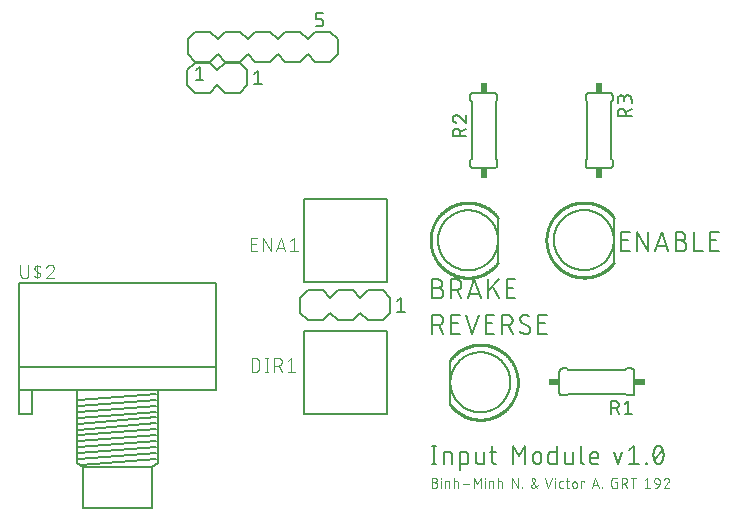
<source format=gbr>
G04 EAGLE Gerber RS-274X export*
G75*
%MOMM*%
%FSLAX34Y34*%
%LPD*%
%INSilkscreen Top*%
%IPPOS*%
%AMOC8*
5,1,8,0,0,1.08239X$1,22.5*%
G01*
%ADD10C,0.152400*%
%ADD11C,0.127000*%
%ADD12C,0.076200*%
%ADD13C,0.203200*%
%ADD14C,0.254000*%
%ADD15C,0.101600*%
%ADD16R,0.609600X0.863600*%
%ADD17R,0.863600X0.609600*%


D10*
X420762Y199793D02*
X425278Y199793D01*
X425278Y199794D02*
X425411Y199792D01*
X425543Y199786D01*
X425675Y199776D01*
X425807Y199763D01*
X425939Y199745D01*
X426069Y199724D01*
X426200Y199699D01*
X426329Y199670D01*
X426457Y199637D01*
X426585Y199601D01*
X426711Y199561D01*
X426836Y199517D01*
X426960Y199469D01*
X427082Y199418D01*
X427203Y199363D01*
X427322Y199305D01*
X427440Y199243D01*
X427555Y199178D01*
X427669Y199109D01*
X427780Y199038D01*
X427889Y198962D01*
X427996Y198884D01*
X428101Y198803D01*
X428203Y198718D01*
X428303Y198631D01*
X428400Y198541D01*
X428495Y198448D01*
X428586Y198352D01*
X428675Y198254D01*
X428761Y198153D01*
X428844Y198049D01*
X428924Y197943D01*
X429000Y197835D01*
X429074Y197725D01*
X429144Y197612D01*
X429211Y197498D01*
X429274Y197381D01*
X429334Y197263D01*
X429391Y197143D01*
X429444Y197021D01*
X429493Y196898D01*
X429539Y196774D01*
X429581Y196648D01*
X429619Y196521D01*
X429654Y196393D01*
X429685Y196264D01*
X429712Y196135D01*
X429735Y196004D01*
X429755Y195873D01*
X429770Y195741D01*
X429782Y195609D01*
X429790Y195477D01*
X429794Y195344D01*
X429794Y195212D01*
X429790Y195079D01*
X429782Y194947D01*
X429770Y194815D01*
X429755Y194683D01*
X429735Y194552D01*
X429712Y194421D01*
X429685Y194292D01*
X429654Y194163D01*
X429619Y194035D01*
X429581Y193908D01*
X429539Y193782D01*
X429493Y193658D01*
X429444Y193535D01*
X429391Y193413D01*
X429334Y193293D01*
X429274Y193175D01*
X429211Y193058D01*
X429144Y192944D01*
X429074Y192831D01*
X429000Y192721D01*
X428924Y192613D01*
X428844Y192507D01*
X428761Y192403D01*
X428675Y192302D01*
X428586Y192204D01*
X428495Y192108D01*
X428400Y192015D01*
X428303Y191925D01*
X428203Y191838D01*
X428101Y191753D01*
X427996Y191672D01*
X427889Y191594D01*
X427780Y191518D01*
X427669Y191447D01*
X427555Y191378D01*
X427440Y191313D01*
X427322Y191251D01*
X427203Y191193D01*
X427082Y191138D01*
X426960Y191087D01*
X426836Y191039D01*
X426711Y190995D01*
X426585Y190955D01*
X426457Y190919D01*
X426329Y190886D01*
X426200Y190857D01*
X426069Y190832D01*
X425939Y190811D01*
X425807Y190793D01*
X425675Y190780D01*
X425543Y190770D01*
X425411Y190764D01*
X425278Y190762D01*
X420762Y190762D01*
X420762Y207018D01*
X425278Y207018D01*
X425397Y207016D01*
X425517Y207010D01*
X425636Y207000D01*
X425754Y206986D01*
X425873Y206969D01*
X425990Y206947D01*
X426107Y206922D01*
X426222Y206892D01*
X426337Y206859D01*
X426451Y206822D01*
X426563Y206782D01*
X426674Y206737D01*
X426783Y206689D01*
X426891Y206638D01*
X426997Y206583D01*
X427101Y206524D01*
X427203Y206462D01*
X427303Y206397D01*
X427401Y206328D01*
X427497Y206256D01*
X427590Y206181D01*
X427680Y206104D01*
X427768Y206023D01*
X427853Y205939D01*
X427935Y205852D01*
X428015Y205763D01*
X428091Y205671D01*
X428165Y205577D01*
X428235Y205480D01*
X428302Y205382D01*
X428366Y205281D01*
X428426Y205177D01*
X428483Y205072D01*
X428536Y204965D01*
X428586Y204857D01*
X428632Y204747D01*
X428674Y204635D01*
X428713Y204522D01*
X428748Y204408D01*
X428779Y204293D01*
X428807Y204176D01*
X428830Y204059D01*
X428850Y203942D01*
X428866Y203823D01*
X428878Y203704D01*
X428886Y203585D01*
X428890Y203466D01*
X428890Y203346D01*
X428886Y203227D01*
X428878Y203108D01*
X428866Y202989D01*
X428850Y202870D01*
X428830Y202753D01*
X428807Y202636D01*
X428779Y202519D01*
X428748Y202404D01*
X428713Y202290D01*
X428674Y202177D01*
X428632Y202065D01*
X428586Y201955D01*
X428536Y201847D01*
X428483Y201740D01*
X428426Y201635D01*
X428366Y201531D01*
X428302Y201430D01*
X428235Y201332D01*
X428165Y201235D01*
X428091Y201141D01*
X428015Y201049D01*
X427935Y200960D01*
X427853Y200873D01*
X427768Y200789D01*
X427680Y200708D01*
X427590Y200631D01*
X427497Y200556D01*
X427401Y200484D01*
X427303Y200415D01*
X427203Y200350D01*
X427101Y200288D01*
X426997Y200229D01*
X426891Y200174D01*
X426783Y200123D01*
X426674Y200075D01*
X426563Y200030D01*
X426451Y199990D01*
X426337Y199953D01*
X426222Y199920D01*
X426107Y199890D01*
X425990Y199865D01*
X425873Y199843D01*
X425754Y199826D01*
X425636Y199812D01*
X425517Y199802D01*
X425397Y199796D01*
X425278Y199794D01*
X436274Y207018D02*
X436274Y190762D01*
X436274Y207018D02*
X440789Y207018D01*
X440922Y207016D01*
X441054Y207010D01*
X441186Y207000D01*
X441318Y206987D01*
X441450Y206969D01*
X441580Y206948D01*
X441711Y206923D01*
X441840Y206894D01*
X441968Y206861D01*
X442096Y206825D01*
X442222Y206785D01*
X442347Y206741D01*
X442471Y206693D01*
X442593Y206642D01*
X442714Y206587D01*
X442833Y206529D01*
X442951Y206467D01*
X443066Y206402D01*
X443180Y206333D01*
X443291Y206262D01*
X443400Y206186D01*
X443507Y206108D01*
X443612Y206027D01*
X443714Y205942D01*
X443814Y205855D01*
X443911Y205765D01*
X444006Y205672D01*
X444097Y205576D01*
X444186Y205478D01*
X444272Y205377D01*
X444355Y205273D01*
X444435Y205167D01*
X444511Y205059D01*
X444585Y204949D01*
X444655Y204836D01*
X444722Y204722D01*
X444785Y204605D01*
X444845Y204487D01*
X444902Y204367D01*
X444955Y204245D01*
X445004Y204122D01*
X445050Y203998D01*
X445092Y203872D01*
X445130Y203745D01*
X445165Y203617D01*
X445196Y203488D01*
X445223Y203359D01*
X445246Y203228D01*
X445266Y203097D01*
X445281Y202965D01*
X445293Y202833D01*
X445301Y202701D01*
X445305Y202568D01*
X445305Y202436D01*
X445301Y202303D01*
X445293Y202171D01*
X445281Y202039D01*
X445266Y201907D01*
X445246Y201776D01*
X445223Y201645D01*
X445196Y201516D01*
X445165Y201387D01*
X445130Y201259D01*
X445092Y201132D01*
X445050Y201006D01*
X445004Y200882D01*
X444955Y200759D01*
X444902Y200637D01*
X444845Y200517D01*
X444785Y200399D01*
X444722Y200282D01*
X444655Y200168D01*
X444585Y200055D01*
X444511Y199945D01*
X444435Y199837D01*
X444355Y199731D01*
X444272Y199627D01*
X444186Y199526D01*
X444097Y199428D01*
X444006Y199332D01*
X443911Y199239D01*
X443814Y199149D01*
X443714Y199062D01*
X443612Y198977D01*
X443507Y198896D01*
X443400Y198818D01*
X443291Y198742D01*
X443180Y198671D01*
X443066Y198602D01*
X442951Y198537D01*
X442833Y198475D01*
X442714Y198417D01*
X442593Y198362D01*
X442471Y198311D01*
X442347Y198263D01*
X442222Y198219D01*
X442096Y198179D01*
X441968Y198143D01*
X441840Y198110D01*
X441711Y198081D01*
X441580Y198056D01*
X441450Y198035D01*
X441318Y198017D01*
X441186Y198004D01*
X441054Y197994D01*
X440922Y197988D01*
X440789Y197986D01*
X440789Y197987D02*
X436274Y197987D01*
X441693Y197987D02*
X445305Y190762D01*
X450910Y190762D02*
X456329Y207018D01*
X461748Y190762D01*
X460393Y194826D02*
X452265Y194826D01*
X468177Y190762D02*
X468177Y207018D01*
X477208Y207018D02*
X468177Y197084D01*
X471789Y200696D02*
X477208Y190762D01*
X483627Y190762D02*
X490852Y190762D01*
X483627Y190762D02*
X483627Y207018D01*
X490852Y207018D01*
X489046Y199793D02*
X483627Y199793D01*
X580762Y230762D02*
X587987Y230762D01*
X580762Y230762D02*
X580762Y247018D01*
X587987Y247018D01*
X586181Y239793D02*
X580762Y239793D01*
X594279Y247018D02*
X594279Y230762D01*
X603310Y230762D02*
X594279Y247018D01*
X603310Y247018D02*
X603310Y230762D01*
X609528Y230762D02*
X614947Y247018D01*
X620366Y230762D01*
X619011Y234826D02*
X610883Y234826D01*
X626795Y239793D02*
X631310Y239793D01*
X631310Y239794D02*
X631443Y239792D01*
X631575Y239786D01*
X631707Y239776D01*
X631839Y239763D01*
X631971Y239745D01*
X632101Y239724D01*
X632232Y239699D01*
X632361Y239670D01*
X632489Y239637D01*
X632617Y239601D01*
X632743Y239561D01*
X632868Y239517D01*
X632992Y239469D01*
X633114Y239418D01*
X633235Y239363D01*
X633354Y239305D01*
X633472Y239243D01*
X633587Y239178D01*
X633701Y239109D01*
X633812Y239038D01*
X633921Y238962D01*
X634028Y238884D01*
X634133Y238803D01*
X634235Y238718D01*
X634335Y238631D01*
X634432Y238541D01*
X634527Y238448D01*
X634618Y238352D01*
X634707Y238254D01*
X634793Y238153D01*
X634876Y238049D01*
X634956Y237943D01*
X635032Y237835D01*
X635106Y237725D01*
X635176Y237612D01*
X635243Y237498D01*
X635306Y237381D01*
X635366Y237263D01*
X635423Y237143D01*
X635476Y237021D01*
X635525Y236898D01*
X635571Y236774D01*
X635613Y236648D01*
X635651Y236521D01*
X635686Y236393D01*
X635717Y236264D01*
X635744Y236135D01*
X635767Y236004D01*
X635787Y235873D01*
X635802Y235741D01*
X635814Y235609D01*
X635822Y235477D01*
X635826Y235344D01*
X635826Y235212D01*
X635822Y235079D01*
X635814Y234947D01*
X635802Y234815D01*
X635787Y234683D01*
X635767Y234552D01*
X635744Y234421D01*
X635717Y234292D01*
X635686Y234163D01*
X635651Y234035D01*
X635613Y233908D01*
X635571Y233782D01*
X635525Y233658D01*
X635476Y233535D01*
X635423Y233413D01*
X635366Y233293D01*
X635306Y233175D01*
X635243Y233058D01*
X635176Y232944D01*
X635106Y232831D01*
X635032Y232721D01*
X634956Y232613D01*
X634876Y232507D01*
X634793Y232403D01*
X634707Y232302D01*
X634618Y232204D01*
X634527Y232108D01*
X634432Y232015D01*
X634335Y231925D01*
X634235Y231838D01*
X634133Y231753D01*
X634028Y231672D01*
X633921Y231594D01*
X633812Y231518D01*
X633701Y231447D01*
X633587Y231378D01*
X633472Y231313D01*
X633354Y231251D01*
X633235Y231193D01*
X633114Y231138D01*
X632992Y231087D01*
X632868Y231039D01*
X632743Y230995D01*
X632617Y230955D01*
X632489Y230919D01*
X632361Y230886D01*
X632232Y230857D01*
X632101Y230832D01*
X631971Y230811D01*
X631839Y230793D01*
X631707Y230780D01*
X631575Y230770D01*
X631443Y230764D01*
X631310Y230762D01*
X626795Y230762D01*
X626795Y247018D01*
X631310Y247018D01*
X631429Y247016D01*
X631549Y247010D01*
X631668Y247000D01*
X631786Y246986D01*
X631905Y246969D01*
X632022Y246947D01*
X632139Y246922D01*
X632254Y246892D01*
X632369Y246859D01*
X632483Y246822D01*
X632595Y246782D01*
X632706Y246737D01*
X632815Y246689D01*
X632923Y246638D01*
X633029Y246583D01*
X633133Y246524D01*
X633235Y246462D01*
X633335Y246397D01*
X633433Y246328D01*
X633529Y246256D01*
X633622Y246181D01*
X633712Y246104D01*
X633800Y246023D01*
X633885Y245939D01*
X633967Y245852D01*
X634047Y245763D01*
X634123Y245671D01*
X634197Y245577D01*
X634267Y245480D01*
X634334Y245382D01*
X634398Y245281D01*
X634458Y245177D01*
X634515Y245072D01*
X634568Y244965D01*
X634618Y244857D01*
X634664Y244747D01*
X634706Y244635D01*
X634745Y244522D01*
X634780Y244408D01*
X634811Y244293D01*
X634839Y244176D01*
X634862Y244059D01*
X634882Y243942D01*
X634898Y243823D01*
X634910Y243704D01*
X634918Y243585D01*
X634922Y243466D01*
X634922Y243346D01*
X634918Y243227D01*
X634910Y243108D01*
X634898Y242989D01*
X634882Y242870D01*
X634862Y242753D01*
X634839Y242636D01*
X634811Y242519D01*
X634780Y242404D01*
X634745Y242290D01*
X634706Y242177D01*
X634664Y242065D01*
X634618Y241955D01*
X634568Y241847D01*
X634515Y241740D01*
X634458Y241635D01*
X634398Y241531D01*
X634334Y241430D01*
X634267Y241332D01*
X634197Y241235D01*
X634123Y241141D01*
X634047Y241049D01*
X633967Y240960D01*
X633885Y240873D01*
X633800Y240789D01*
X633712Y240708D01*
X633622Y240631D01*
X633529Y240556D01*
X633433Y240484D01*
X633335Y240415D01*
X633235Y240350D01*
X633133Y240288D01*
X633029Y240229D01*
X632923Y240174D01*
X632815Y240123D01*
X632706Y240075D01*
X632595Y240030D01*
X632483Y239990D01*
X632369Y239953D01*
X632254Y239920D01*
X632139Y239890D01*
X632022Y239865D01*
X631905Y239843D01*
X631786Y239826D01*
X631668Y239812D01*
X631549Y239802D01*
X631429Y239796D01*
X631310Y239794D01*
X642245Y247018D02*
X642245Y230762D01*
X649470Y230762D01*
X655792Y230762D02*
X663017Y230762D01*
X655792Y230762D02*
X655792Y247018D01*
X663017Y247018D01*
X661211Y239793D02*
X655792Y239793D01*
X420762Y177018D02*
X420762Y160762D01*
X420762Y177018D02*
X425278Y177018D01*
X425411Y177016D01*
X425543Y177010D01*
X425675Y177000D01*
X425807Y176987D01*
X425939Y176969D01*
X426069Y176948D01*
X426200Y176923D01*
X426329Y176894D01*
X426457Y176861D01*
X426585Y176825D01*
X426711Y176785D01*
X426836Y176741D01*
X426960Y176693D01*
X427082Y176642D01*
X427203Y176587D01*
X427322Y176529D01*
X427440Y176467D01*
X427555Y176402D01*
X427669Y176333D01*
X427780Y176262D01*
X427889Y176186D01*
X427996Y176108D01*
X428101Y176027D01*
X428203Y175942D01*
X428303Y175855D01*
X428400Y175765D01*
X428495Y175672D01*
X428586Y175576D01*
X428675Y175478D01*
X428761Y175377D01*
X428844Y175273D01*
X428924Y175167D01*
X429000Y175059D01*
X429074Y174949D01*
X429144Y174836D01*
X429211Y174722D01*
X429274Y174605D01*
X429334Y174487D01*
X429391Y174367D01*
X429444Y174245D01*
X429493Y174122D01*
X429539Y173998D01*
X429581Y173872D01*
X429619Y173745D01*
X429654Y173617D01*
X429685Y173488D01*
X429712Y173359D01*
X429735Y173228D01*
X429755Y173097D01*
X429770Y172965D01*
X429782Y172833D01*
X429790Y172701D01*
X429794Y172568D01*
X429794Y172436D01*
X429790Y172303D01*
X429782Y172171D01*
X429770Y172039D01*
X429755Y171907D01*
X429735Y171776D01*
X429712Y171645D01*
X429685Y171516D01*
X429654Y171387D01*
X429619Y171259D01*
X429581Y171132D01*
X429539Y171006D01*
X429493Y170882D01*
X429444Y170759D01*
X429391Y170637D01*
X429334Y170517D01*
X429274Y170399D01*
X429211Y170282D01*
X429144Y170168D01*
X429074Y170055D01*
X429000Y169945D01*
X428924Y169837D01*
X428844Y169731D01*
X428761Y169627D01*
X428675Y169526D01*
X428586Y169428D01*
X428495Y169332D01*
X428400Y169239D01*
X428303Y169149D01*
X428203Y169062D01*
X428101Y168977D01*
X427996Y168896D01*
X427889Y168818D01*
X427780Y168742D01*
X427669Y168671D01*
X427555Y168602D01*
X427440Y168537D01*
X427322Y168475D01*
X427203Y168417D01*
X427082Y168362D01*
X426960Y168311D01*
X426836Y168263D01*
X426711Y168219D01*
X426585Y168179D01*
X426457Y168143D01*
X426329Y168110D01*
X426200Y168081D01*
X426069Y168056D01*
X425939Y168035D01*
X425807Y168017D01*
X425675Y168004D01*
X425543Y167994D01*
X425411Y167988D01*
X425278Y167986D01*
X425278Y167987D02*
X420762Y167987D01*
X426181Y167987D02*
X429793Y160762D01*
X436853Y160762D02*
X444077Y160762D01*
X436853Y160762D02*
X436853Y177018D01*
X444077Y177018D01*
X442271Y169793D02*
X436853Y169793D01*
X448946Y177018D02*
X454364Y160762D01*
X459783Y177018D01*
X466031Y160762D02*
X473256Y160762D01*
X466031Y160762D02*
X466031Y177018D01*
X473256Y177018D01*
X471449Y169793D02*
X466031Y169793D01*
X479640Y177018D02*
X479640Y160762D01*
X479640Y177018D02*
X484155Y177018D01*
X484288Y177016D01*
X484420Y177010D01*
X484552Y177000D01*
X484684Y176987D01*
X484816Y176969D01*
X484946Y176948D01*
X485077Y176923D01*
X485206Y176894D01*
X485334Y176861D01*
X485462Y176825D01*
X485588Y176785D01*
X485713Y176741D01*
X485837Y176693D01*
X485959Y176642D01*
X486080Y176587D01*
X486199Y176529D01*
X486317Y176467D01*
X486432Y176402D01*
X486546Y176333D01*
X486657Y176262D01*
X486766Y176186D01*
X486873Y176108D01*
X486978Y176027D01*
X487080Y175942D01*
X487180Y175855D01*
X487277Y175765D01*
X487372Y175672D01*
X487463Y175576D01*
X487552Y175478D01*
X487638Y175377D01*
X487721Y175273D01*
X487801Y175167D01*
X487877Y175059D01*
X487951Y174949D01*
X488021Y174836D01*
X488088Y174722D01*
X488151Y174605D01*
X488211Y174487D01*
X488268Y174367D01*
X488321Y174245D01*
X488370Y174122D01*
X488416Y173998D01*
X488458Y173872D01*
X488496Y173745D01*
X488531Y173617D01*
X488562Y173488D01*
X488589Y173359D01*
X488612Y173228D01*
X488632Y173097D01*
X488647Y172965D01*
X488659Y172833D01*
X488667Y172701D01*
X488671Y172568D01*
X488671Y172436D01*
X488667Y172303D01*
X488659Y172171D01*
X488647Y172039D01*
X488632Y171907D01*
X488612Y171776D01*
X488589Y171645D01*
X488562Y171516D01*
X488531Y171387D01*
X488496Y171259D01*
X488458Y171132D01*
X488416Y171006D01*
X488370Y170882D01*
X488321Y170759D01*
X488268Y170637D01*
X488211Y170517D01*
X488151Y170399D01*
X488088Y170282D01*
X488021Y170168D01*
X487951Y170055D01*
X487877Y169945D01*
X487801Y169837D01*
X487721Y169731D01*
X487638Y169627D01*
X487552Y169526D01*
X487463Y169428D01*
X487372Y169332D01*
X487277Y169239D01*
X487180Y169149D01*
X487080Y169062D01*
X486978Y168977D01*
X486873Y168896D01*
X486766Y168818D01*
X486657Y168742D01*
X486546Y168671D01*
X486432Y168602D01*
X486317Y168537D01*
X486199Y168475D01*
X486080Y168417D01*
X485959Y168362D01*
X485837Y168311D01*
X485713Y168263D01*
X485588Y168219D01*
X485462Y168179D01*
X485334Y168143D01*
X485206Y168110D01*
X485077Y168081D01*
X484946Y168056D01*
X484816Y168035D01*
X484684Y168017D01*
X484552Y168004D01*
X484420Y167994D01*
X484288Y167988D01*
X484155Y167986D01*
X484155Y167987D02*
X479640Y167987D01*
X485058Y167987D02*
X488671Y160762D01*
X500077Y160762D02*
X500195Y160764D01*
X500313Y160770D01*
X500431Y160779D01*
X500548Y160793D01*
X500665Y160810D01*
X500782Y160831D01*
X500897Y160856D01*
X501012Y160885D01*
X501126Y160918D01*
X501238Y160954D01*
X501349Y160994D01*
X501459Y161037D01*
X501568Y161084D01*
X501675Y161134D01*
X501780Y161189D01*
X501883Y161246D01*
X501984Y161307D01*
X502084Y161371D01*
X502181Y161438D01*
X502276Y161508D01*
X502368Y161582D01*
X502459Y161658D01*
X502546Y161738D01*
X502631Y161820D01*
X502713Y161905D01*
X502793Y161992D01*
X502869Y162083D01*
X502943Y162175D01*
X503013Y162270D01*
X503080Y162367D01*
X503144Y162467D01*
X503205Y162568D01*
X503262Y162671D01*
X503317Y162776D01*
X503367Y162883D01*
X503414Y162992D01*
X503457Y163102D01*
X503497Y163213D01*
X503533Y163325D01*
X503566Y163439D01*
X503595Y163554D01*
X503620Y163669D01*
X503641Y163786D01*
X503658Y163903D01*
X503672Y164020D01*
X503681Y164138D01*
X503687Y164256D01*
X503689Y164374D01*
X500077Y160762D02*
X499894Y160764D01*
X499712Y160771D01*
X499530Y160782D01*
X499348Y160797D01*
X499166Y160817D01*
X498985Y160840D01*
X498805Y160869D01*
X498625Y160901D01*
X498446Y160938D01*
X498269Y160979D01*
X498092Y161025D01*
X497916Y161074D01*
X497742Y161128D01*
X497568Y161186D01*
X497397Y161248D01*
X497227Y161314D01*
X497058Y161385D01*
X496891Y161459D01*
X496726Y161537D01*
X496563Y161619D01*
X496402Y161705D01*
X496243Y161795D01*
X496086Y161889D01*
X495932Y161986D01*
X495780Y162087D01*
X495630Y162192D01*
X495483Y162300D01*
X495339Y162411D01*
X495197Y162526D01*
X495058Y162645D01*
X494922Y162767D01*
X494789Y162892D01*
X494659Y163020D01*
X495110Y173406D02*
X495112Y173524D01*
X495118Y173642D01*
X495127Y173760D01*
X495141Y173877D01*
X495158Y173994D01*
X495179Y174111D01*
X495204Y174226D01*
X495233Y174341D01*
X495266Y174455D01*
X495302Y174567D01*
X495342Y174678D01*
X495385Y174788D01*
X495432Y174897D01*
X495482Y175004D01*
X495537Y175109D01*
X495594Y175212D01*
X495655Y175313D01*
X495719Y175413D01*
X495786Y175510D01*
X495856Y175605D01*
X495930Y175697D01*
X496006Y175788D01*
X496086Y175875D01*
X496168Y175960D01*
X496253Y176042D01*
X496340Y176122D01*
X496431Y176198D01*
X496523Y176272D01*
X496618Y176342D01*
X496715Y176409D01*
X496815Y176473D01*
X496916Y176534D01*
X497019Y176592D01*
X497124Y176646D01*
X497231Y176696D01*
X497340Y176743D01*
X497450Y176787D01*
X497561Y176826D01*
X497674Y176862D01*
X497787Y176895D01*
X497902Y176924D01*
X498017Y176949D01*
X498134Y176970D01*
X498251Y176987D01*
X498368Y177001D01*
X498486Y177010D01*
X498604Y177016D01*
X498722Y177018D01*
X498883Y177016D01*
X499045Y177010D01*
X499206Y177001D01*
X499367Y176987D01*
X499527Y176970D01*
X499687Y176949D01*
X499847Y176924D01*
X500006Y176895D01*
X500164Y176863D01*
X500321Y176827D01*
X500477Y176787D01*
X500633Y176743D01*
X500787Y176695D01*
X500940Y176644D01*
X501092Y176590D01*
X501243Y176531D01*
X501392Y176470D01*
X501539Y176404D01*
X501685Y176335D01*
X501830Y176263D01*
X501972Y176187D01*
X502113Y176108D01*
X502252Y176026D01*
X502388Y175940D01*
X502523Y175851D01*
X502656Y175759D01*
X502786Y175663D01*
X496916Y170245D02*
X496815Y170307D01*
X496715Y170372D01*
X496618Y170441D01*
X496523Y170513D01*
X496430Y170587D01*
X496340Y170665D01*
X496252Y170746D01*
X496167Y170829D01*
X496085Y170915D01*
X496006Y171004D01*
X495929Y171095D01*
X495856Y171189D01*
X495785Y171285D01*
X495718Y171383D01*
X495654Y171483D01*
X495593Y171586D01*
X495536Y171690D01*
X495482Y171796D01*
X495432Y171904D01*
X495385Y172013D01*
X495341Y172124D01*
X495301Y172236D01*
X495265Y172350D01*
X495233Y172464D01*
X495204Y172580D01*
X495179Y172696D01*
X495158Y172813D01*
X495141Y172931D01*
X495127Y173049D01*
X495118Y173168D01*
X495112Y173287D01*
X495110Y173406D01*
X501884Y167535D02*
X501985Y167473D01*
X502085Y167408D01*
X502182Y167339D01*
X502277Y167267D01*
X502370Y167193D01*
X502460Y167115D01*
X502548Y167034D01*
X502633Y166951D01*
X502715Y166865D01*
X502794Y166776D01*
X502871Y166685D01*
X502944Y166591D01*
X503015Y166495D01*
X503082Y166397D01*
X503146Y166297D01*
X503207Y166194D01*
X503264Y166090D01*
X503318Y165984D01*
X503368Y165876D01*
X503415Y165767D01*
X503459Y165656D01*
X503499Y165544D01*
X503535Y165430D01*
X503567Y165316D01*
X503596Y165200D01*
X503621Y165084D01*
X503642Y164967D01*
X503659Y164849D01*
X503673Y164731D01*
X503682Y164612D01*
X503688Y164493D01*
X503690Y164374D01*
X501883Y167535D02*
X496916Y170245D01*
X510319Y160762D02*
X517544Y160762D01*
X510319Y160762D02*
X510319Y177018D01*
X517544Y177018D01*
X515738Y169793D02*
X510319Y169793D01*
D11*
X422357Y66129D02*
X422357Y50635D01*
X424078Y50635D02*
X420635Y50635D01*
X420635Y66129D02*
X424078Y66129D01*
X430311Y60964D02*
X430311Y50635D01*
X430311Y60964D02*
X434614Y60964D01*
X434715Y60962D01*
X434817Y60956D01*
X434917Y60946D01*
X435018Y60932D01*
X435118Y60914D01*
X435217Y60893D01*
X435315Y60867D01*
X435412Y60838D01*
X435508Y60804D01*
X435602Y60767D01*
X435695Y60727D01*
X435786Y60683D01*
X435876Y60635D01*
X435963Y60584D01*
X436048Y60529D01*
X436132Y60471D01*
X436212Y60410D01*
X436291Y60345D01*
X436367Y60278D01*
X436440Y60208D01*
X436510Y60135D01*
X436577Y60059D01*
X436642Y59981D01*
X436703Y59900D01*
X436761Y59816D01*
X436816Y59731D01*
X436867Y59644D01*
X436915Y59554D01*
X436959Y59463D01*
X436999Y59370D01*
X437036Y59276D01*
X437070Y59180D01*
X437099Y59083D01*
X437125Y58985D01*
X437146Y58886D01*
X437164Y58786D01*
X437178Y58686D01*
X437188Y58585D01*
X437194Y58483D01*
X437196Y58382D01*
X437197Y58382D02*
X437197Y50635D01*
X444254Y45470D02*
X444254Y60964D01*
X448558Y60964D01*
X448659Y60962D01*
X448761Y60956D01*
X448861Y60946D01*
X448962Y60932D01*
X449062Y60914D01*
X449161Y60893D01*
X449259Y60867D01*
X449356Y60838D01*
X449452Y60804D01*
X449546Y60767D01*
X449639Y60727D01*
X449730Y60683D01*
X449820Y60635D01*
X449907Y60584D01*
X449992Y60529D01*
X450076Y60471D01*
X450156Y60410D01*
X450235Y60345D01*
X450311Y60278D01*
X450384Y60208D01*
X450454Y60135D01*
X450521Y60059D01*
X450586Y59981D01*
X450647Y59900D01*
X450705Y59816D01*
X450760Y59731D01*
X450811Y59644D01*
X450859Y59554D01*
X450903Y59463D01*
X450943Y59370D01*
X450980Y59276D01*
X451014Y59180D01*
X451043Y59083D01*
X451069Y58985D01*
X451090Y58886D01*
X451108Y58786D01*
X451122Y58686D01*
X451132Y58585D01*
X451138Y58483D01*
X451140Y58382D01*
X451140Y53217D01*
X451138Y53118D01*
X451132Y53019D01*
X451123Y52921D01*
X451110Y52823D01*
X451093Y52725D01*
X451072Y52629D01*
X451048Y52533D01*
X451020Y52438D01*
X450988Y52344D01*
X450953Y52252D01*
X450914Y52161D01*
X450872Y52071D01*
X450826Y51984D01*
X450777Y51898D01*
X450725Y51814D01*
X450670Y51732D01*
X450611Y51652D01*
X450550Y51574D01*
X450486Y51499D01*
X450418Y51427D01*
X450348Y51357D01*
X450276Y51289D01*
X450201Y51225D01*
X450123Y51164D01*
X450043Y51105D01*
X449961Y51050D01*
X449877Y50998D01*
X449791Y50949D01*
X449704Y50903D01*
X449614Y50861D01*
X449523Y50822D01*
X449431Y50787D01*
X449337Y50755D01*
X449242Y50727D01*
X449146Y50703D01*
X449050Y50682D01*
X448952Y50665D01*
X448854Y50652D01*
X448756Y50643D01*
X448657Y50637D01*
X448558Y50635D01*
X444254Y50635D01*
X457564Y53217D02*
X457564Y60964D01*
X457565Y53217D02*
X457567Y53118D01*
X457573Y53019D01*
X457582Y52921D01*
X457595Y52823D01*
X457612Y52725D01*
X457633Y52629D01*
X457657Y52533D01*
X457685Y52438D01*
X457717Y52344D01*
X457752Y52252D01*
X457791Y52161D01*
X457833Y52071D01*
X457879Y51984D01*
X457928Y51898D01*
X457980Y51814D01*
X458035Y51732D01*
X458094Y51652D01*
X458155Y51574D01*
X458219Y51499D01*
X458287Y51427D01*
X458357Y51357D01*
X458429Y51289D01*
X458504Y51225D01*
X458582Y51164D01*
X458662Y51105D01*
X458744Y51050D01*
X458828Y50998D01*
X458914Y50949D01*
X459001Y50903D01*
X459091Y50861D01*
X459182Y50822D01*
X459274Y50787D01*
X459368Y50755D01*
X459463Y50727D01*
X459559Y50703D01*
X459655Y50682D01*
X459753Y50665D01*
X459851Y50652D01*
X459949Y50643D01*
X460048Y50637D01*
X460147Y50635D01*
X464451Y50635D01*
X464451Y60964D01*
X469714Y60964D02*
X474879Y60964D01*
X471436Y66129D02*
X471436Y53217D01*
X471438Y53118D01*
X471444Y53019D01*
X471453Y52921D01*
X471466Y52823D01*
X471483Y52725D01*
X471504Y52629D01*
X471528Y52533D01*
X471556Y52438D01*
X471588Y52344D01*
X471623Y52252D01*
X471662Y52161D01*
X471704Y52071D01*
X471750Y51984D01*
X471799Y51898D01*
X471851Y51813D01*
X471906Y51732D01*
X471965Y51652D01*
X472026Y51574D01*
X472090Y51499D01*
X472158Y51427D01*
X472228Y51357D01*
X472300Y51289D01*
X472375Y51225D01*
X472453Y51164D01*
X472533Y51105D01*
X472615Y51050D01*
X472699Y50998D01*
X472785Y50949D01*
X472872Y50903D01*
X472962Y50861D01*
X473053Y50822D01*
X473145Y50787D01*
X473239Y50755D01*
X473334Y50727D01*
X473430Y50703D01*
X473526Y50682D01*
X473624Y50665D01*
X473722Y50652D01*
X473820Y50643D01*
X473919Y50637D01*
X474018Y50635D01*
X474879Y50635D01*
X489043Y50635D02*
X489043Y66129D01*
X494208Y57521D01*
X499372Y66129D01*
X499372Y50635D01*
X506126Y54078D02*
X506126Y57521D01*
X506128Y57637D01*
X506134Y57753D01*
X506144Y57869D01*
X506157Y57985D01*
X506175Y58100D01*
X506196Y58214D01*
X506222Y58328D01*
X506251Y58440D01*
X506284Y58552D01*
X506321Y58662D01*
X506361Y58771D01*
X506405Y58879D01*
X506453Y58985D01*
X506504Y59089D01*
X506559Y59192D01*
X506617Y59293D01*
X506678Y59391D01*
X506743Y59488D01*
X506811Y59582D01*
X506882Y59674D01*
X506957Y59764D01*
X507034Y59851D01*
X507114Y59935D01*
X507197Y60016D01*
X507283Y60095D01*
X507371Y60171D01*
X507462Y60244D01*
X507555Y60313D01*
X507650Y60380D01*
X507748Y60443D01*
X507848Y60503D01*
X507949Y60559D01*
X508053Y60612D01*
X508158Y60662D01*
X508265Y60707D01*
X508373Y60750D01*
X508483Y60788D01*
X508594Y60823D01*
X508706Y60854D01*
X508819Y60881D01*
X508933Y60905D01*
X509048Y60924D01*
X509163Y60940D01*
X509279Y60952D01*
X509395Y60960D01*
X509511Y60964D01*
X509627Y60964D01*
X509743Y60960D01*
X509859Y60952D01*
X509975Y60940D01*
X510090Y60924D01*
X510205Y60905D01*
X510319Y60881D01*
X510432Y60854D01*
X510544Y60823D01*
X510655Y60788D01*
X510765Y60750D01*
X510873Y60707D01*
X510980Y60662D01*
X511085Y60612D01*
X511189Y60559D01*
X511291Y60503D01*
X511390Y60443D01*
X511488Y60380D01*
X511583Y60313D01*
X511676Y60244D01*
X511767Y60171D01*
X511855Y60095D01*
X511941Y60016D01*
X512024Y59935D01*
X512104Y59851D01*
X512181Y59764D01*
X512256Y59674D01*
X512327Y59582D01*
X512395Y59488D01*
X512460Y59391D01*
X512521Y59293D01*
X512579Y59192D01*
X512634Y59089D01*
X512685Y58985D01*
X512733Y58879D01*
X512777Y58771D01*
X512817Y58662D01*
X512854Y58552D01*
X512887Y58440D01*
X512916Y58328D01*
X512942Y58214D01*
X512963Y58100D01*
X512981Y57985D01*
X512994Y57869D01*
X513004Y57753D01*
X513010Y57637D01*
X513012Y57521D01*
X513012Y54078D01*
X513010Y53962D01*
X513004Y53846D01*
X512994Y53730D01*
X512981Y53614D01*
X512963Y53499D01*
X512942Y53385D01*
X512916Y53271D01*
X512887Y53159D01*
X512854Y53047D01*
X512817Y52937D01*
X512777Y52828D01*
X512733Y52720D01*
X512685Y52614D01*
X512634Y52510D01*
X512579Y52407D01*
X512521Y52306D01*
X512460Y52208D01*
X512395Y52111D01*
X512327Y52017D01*
X512256Y51925D01*
X512181Y51835D01*
X512104Y51748D01*
X512024Y51664D01*
X511941Y51583D01*
X511855Y51504D01*
X511767Y51428D01*
X511676Y51355D01*
X511583Y51286D01*
X511488Y51219D01*
X511390Y51156D01*
X511291Y51096D01*
X511189Y51040D01*
X511085Y50987D01*
X510980Y50937D01*
X510873Y50892D01*
X510765Y50849D01*
X510655Y50811D01*
X510544Y50776D01*
X510432Y50745D01*
X510319Y50718D01*
X510205Y50694D01*
X510090Y50675D01*
X509975Y50659D01*
X509859Y50647D01*
X509743Y50639D01*
X509627Y50635D01*
X509511Y50635D01*
X509395Y50639D01*
X509279Y50647D01*
X509163Y50659D01*
X509048Y50675D01*
X508933Y50694D01*
X508819Y50718D01*
X508706Y50745D01*
X508594Y50776D01*
X508483Y50811D01*
X508373Y50849D01*
X508265Y50892D01*
X508158Y50937D01*
X508053Y50987D01*
X507949Y51040D01*
X507848Y51096D01*
X507748Y51156D01*
X507650Y51219D01*
X507555Y51286D01*
X507462Y51355D01*
X507371Y51428D01*
X507283Y51504D01*
X507197Y51583D01*
X507114Y51664D01*
X507034Y51748D01*
X506957Y51835D01*
X506882Y51925D01*
X506811Y52017D01*
X506743Y52111D01*
X506678Y52208D01*
X506617Y52306D01*
X506559Y52407D01*
X506504Y52510D01*
X506453Y52614D01*
X506405Y52720D01*
X506361Y52828D01*
X506321Y52937D01*
X506284Y53047D01*
X506251Y53159D01*
X506222Y53271D01*
X506196Y53385D01*
X506175Y53499D01*
X506157Y53614D01*
X506144Y53730D01*
X506134Y53846D01*
X506128Y53962D01*
X506126Y54078D01*
X525827Y50635D02*
X525827Y66129D01*
X525827Y50635D02*
X521524Y50635D01*
X521425Y50637D01*
X521326Y50643D01*
X521228Y50652D01*
X521130Y50665D01*
X521032Y50682D01*
X520936Y50703D01*
X520840Y50727D01*
X520745Y50755D01*
X520651Y50787D01*
X520559Y50822D01*
X520468Y50861D01*
X520378Y50903D01*
X520291Y50949D01*
X520205Y50998D01*
X520121Y51050D01*
X520039Y51105D01*
X519959Y51164D01*
X519881Y51225D01*
X519806Y51289D01*
X519734Y51357D01*
X519664Y51427D01*
X519596Y51499D01*
X519532Y51574D01*
X519471Y51652D01*
X519412Y51732D01*
X519357Y51814D01*
X519305Y51898D01*
X519256Y51984D01*
X519210Y52071D01*
X519168Y52161D01*
X519129Y52252D01*
X519094Y52344D01*
X519062Y52438D01*
X519034Y52533D01*
X519010Y52629D01*
X518989Y52725D01*
X518972Y52823D01*
X518959Y52921D01*
X518950Y53019D01*
X518944Y53118D01*
X518942Y53217D01*
X518941Y53217D02*
X518941Y58382D01*
X518942Y58382D02*
X518944Y58481D01*
X518950Y58580D01*
X518959Y58678D01*
X518972Y58776D01*
X518989Y58874D01*
X519010Y58970D01*
X519034Y59066D01*
X519062Y59161D01*
X519094Y59255D01*
X519129Y59347D01*
X519168Y59438D01*
X519210Y59528D01*
X519256Y59615D01*
X519305Y59701D01*
X519357Y59785D01*
X519412Y59867D01*
X519471Y59947D01*
X519532Y60025D01*
X519596Y60100D01*
X519664Y60172D01*
X519734Y60242D01*
X519806Y60310D01*
X519881Y60374D01*
X519959Y60435D01*
X520039Y60494D01*
X520121Y60549D01*
X520205Y60601D01*
X520291Y60650D01*
X520378Y60696D01*
X520468Y60738D01*
X520559Y60777D01*
X520651Y60812D01*
X520745Y60844D01*
X520840Y60872D01*
X520936Y60896D01*
X521032Y60917D01*
X521130Y60934D01*
X521228Y60947D01*
X521326Y60956D01*
X521425Y60962D01*
X521524Y60964D01*
X525827Y60964D01*
X532884Y60964D02*
X532884Y53217D01*
X532885Y53217D02*
X532887Y53118D01*
X532893Y53019D01*
X532902Y52921D01*
X532915Y52823D01*
X532932Y52725D01*
X532953Y52629D01*
X532977Y52533D01*
X533005Y52438D01*
X533037Y52344D01*
X533072Y52252D01*
X533111Y52161D01*
X533153Y52071D01*
X533199Y51984D01*
X533248Y51898D01*
X533300Y51814D01*
X533355Y51732D01*
X533414Y51652D01*
X533475Y51574D01*
X533539Y51499D01*
X533607Y51427D01*
X533677Y51357D01*
X533749Y51289D01*
X533824Y51225D01*
X533902Y51164D01*
X533982Y51105D01*
X534064Y51050D01*
X534148Y50998D01*
X534234Y50949D01*
X534321Y50903D01*
X534411Y50861D01*
X534502Y50822D01*
X534594Y50787D01*
X534688Y50755D01*
X534783Y50727D01*
X534879Y50703D01*
X534975Y50682D01*
X535073Y50665D01*
X535171Y50652D01*
X535269Y50643D01*
X535368Y50637D01*
X535467Y50635D01*
X539771Y50635D01*
X539771Y60964D01*
X546493Y66129D02*
X546493Y53217D01*
X546495Y53118D01*
X546501Y53019D01*
X546510Y52921D01*
X546523Y52823D01*
X546540Y52725D01*
X546561Y52629D01*
X546585Y52533D01*
X546613Y52438D01*
X546645Y52344D01*
X546680Y52252D01*
X546719Y52161D01*
X546761Y52071D01*
X546807Y51984D01*
X546856Y51898D01*
X546908Y51814D01*
X546963Y51732D01*
X547022Y51652D01*
X547083Y51574D01*
X547147Y51499D01*
X547215Y51427D01*
X547285Y51357D01*
X547357Y51289D01*
X547432Y51225D01*
X547510Y51164D01*
X547590Y51105D01*
X547672Y51050D01*
X547756Y50998D01*
X547842Y50949D01*
X547929Y50903D01*
X548019Y50861D01*
X548110Y50822D01*
X548202Y50787D01*
X548296Y50755D01*
X548391Y50727D01*
X548487Y50703D01*
X548583Y50682D01*
X548681Y50665D01*
X548779Y50652D01*
X548877Y50643D01*
X548976Y50637D01*
X549075Y50635D01*
X556774Y50635D02*
X561078Y50635D01*
X556774Y50635D02*
X556675Y50637D01*
X556576Y50643D01*
X556478Y50652D01*
X556380Y50665D01*
X556282Y50682D01*
X556186Y50703D01*
X556090Y50727D01*
X555995Y50755D01*
X555901Y50787D01*
X555809Y50822D01*
X555718Y50861D01*
X555628Y50903D01*
X555541Y50949D01*
X555455Y50998D01*
X555371Y51050D01*
X555289Y51105D01*
X555209Y51164D01*
X555131Y51225D01*
X555056Y51289D01*
X554984Y51357D01*
X554914Y51427D01*
X554846Y51499D01*
X554782Y51574D01*
X554721Y51652D01*
X554662Y51732D01*
X554607Y51814D01*
X554555Y51898D01*
X554506Y51984D01*
X554460Y52071D01*
X554418Y52161D01*
X554379Y52252D01*
X554344Y52344D01*
X554312Y52438D01*
X554284Y52533D01*
X554260Y52629D01*
X554239Y52725D01*
X554222Y52823D01*
X554209Y52921D01*
X554200Y53019D01*
X554194Y53118D01*
X554192Y53217D01*
X554192Y57521D01*
X554194Y57637D01*
X554200Y57753D01*
X554210Y57869D01*
X554223Y57985D01*
X554241Y58100D01*
X554262Y58214D01*
X554288Y58328D01*
X554317Y58440D01*
X554350Y58552D01*
X554387Y58662D01*
X554427Y58771D01*
X554471Y58879D01*
X554519Y58985D01*
X554570Y59089D01*
X554625Y59192D01*
X554683Y59293D01*
X554744Y59391D01*
X554809Y59488D01*
X554877Y59582D01*
X554948Y59674D01*
X555023Y59764D01*
X555100Y59851D01*
X555180Y59935D01*
X555263Y60016D01*
X555349Y60095D01*
X555437Y60171D01*
X555528Y60244D01*
X555621Y60313D01*
X555716Y60380D01*
X555814Y60443D01*
X555914Y60503D01*
X556015Y60559D01*
X556119Y60612D01*
X556224Y60662D01*
X556331Y60707D01*
X556439Y60750D01*
X556549Y60788D01*
X556660Y60823D01*
X556772Y60854D01*
X556885Y60881D01*
X556999Y60905D01*
X557114Y60924D01*
X557229Y60940D01*
X557345Y60952D01*
X557461Y60960D01*
X557577Y60964D01*
X557693Y60964D01*
X557809Y60960D01*
X557925Y60952D01*
X558041Y60940D01*
X558156Y60924D01*
X558271Y60905D01*
X558385Y60881D01*
X558498Y60854D01*
X558610Y60823D01*
X558721Y60788D01*
X558831Y60750D01*
X558939Y60707D01*
X559046Y60662D01*
X559151Y60612D01*
X559255Y60559D01*
X559357Y60503D01*
X559456Y60443D01*
X559554Y60380D01*
X559649Y60313D01*
X559742Y60244D01*
X559833Y60171D01*
X559921Y60095D01*
X560007Y60016D01*
X560090Y59935D01*
X560170Y59851D01*
X560247Y59764D01*
X560322Y59674D01*
X560393Y59582D01*
X560461Y59488D01*
X560526Y59391D01*
X560587Y59293D01*
X560645Y59192D01*
X560700Y59089D01*
X560751Y58985D01*
X560799Y58879D01*
X560843Y58771D01*
X560883Y58662D01*
X560920Y58552D01*
X560953Y58440D01*
X560982Y58328D01*
X561008Y58214D01*
X561029Y58100D01*
X561047Y57985D01*
X561060Y57869D01*
X561070Y57753D01*
X561076Y57637D01*
X561078Y57521D01*
X561078Y55800D01*
X554192Y55800D01*
X574509Y60964D02*
X577952Y50635D01*
X581395Y60964D01*
X587027Y62686D02*
X591331Y66129D01*
X591331Y50635D01*
X587027Y50635D02*
X595635Y50635D01*
X601306Y50635D02*
X601306Y51496D01*
X602167Y51496D01*
X602167Y50635D01*
X601306Y50635D01*
X607839Y58382D02*
X607843Y58687D01*
X607854Y58991D01*
X607872Y59296D01*
X607897Y59599D01*
X607930Y59902D01*
X607970Y60205D01*
X608017Y60506D01*
X608071Y60806D01*
X608133Y61104D01*
X608201Y61401D01*
X608277Y61697D01*
X608359Y61990D01*
X608449Y62281D01*
X608546Y62570D01*
X608649Y62857D01*
X608759Y63141D01*
X608876Y63423D01*
X609000Y63701D01*
X609130Y63977D01*
X609168Y64080D01*
X609208Y64182D01*
X609253Y64282D01*
X609301Y64381D01*
X609352Y64478D01*
X609406Y64573D01*
X609464Y64667D01*
X609525Y64758D01*
X609589Y64847D01*
X609656Y64934D01*
X609726Y65018D01*
X609799Y65101D01*
X609875Y65180D01*
X609953Y65257D01*
X610034Y65331D01*
X610118Y65402D01*
X610204Y65470D01*
X610292Y65536D01*
X610382Y65598D01*
X610475Y65657D01*
X610569Y65713D01*
X610665Y65766D01*
X610763Y65815D01*
X610863Y65861D01*
X610964Y65903D01*
X611067Y65942D01*
X611171Y65977D01*
X611276Y66009D01*
X611382Y66037D01*
X611489Y66061D01*
X611597Y66082D01*
X611705Y66099D01*
X611814Y66112D01*
X611924Y66121D01*
X612033Y66127D01*
X612143Y66129D01*
X612253Y66127D01*
X612362Y66121D01*
X612472Y66112D01*
X612581Y66099D01*
X612689Y66082D01*
X612797Y66061D01*
X612904Y66037D01*
X613010Y66009D01*
X613115Y65977D01*
X613219Y65942D01*
X613322Y65903D01*
X613423Y65861D01*
X613523Y65815D01*
X613621Y65766D01*
X613717Y65713D01*
X613811Y65657D01*
X613904Y65598D01*
X613994Y65536D01*
X614082Y65470D01*
X614168Y65402D01*
X614252Y65331D01*
X614333Y65257D01*
X614411Y65180D01*
X614487Y65100D01*
X614560Y65018D01*
X614630Y64934D01*
X614697Y64847D01*
X614761Y64758D01*
X614822Y64667D01*
X614880Y64573D01*
X614934Y64478D01*
X614985Y64381D01*
X615033Y64282D01*
X615078Y64182D01*
X615118Y64080D01*
X615156Y63977D01*
X615286Y63701D01*
X615410Y63423D01*
X615527Y63141D01*
X615637Y62857D01*
X615740Y62570D01*
X615837Y62281D01*
X615927Y61990D01*
X616009Y61697D01*
X616085Y61401D01*
X616153Y61104D01*
X616215Y60806D01*
X616269Y60506D01*
X616316Y60205D01*
X616356Y59902D01*
X616389Y59599D01*
X616414Y59296D01*
X616432Y58991D01*
X616443Y58687D01*
X616447Y58382D01*
X607839Y58382D02*
X607843Y58077D01*
X607854Y57773D01*
X607872Y57468D01*
X607897Y57165D01*
X607930Y56862D01*
X607970Y56559D01*
X608017Y56258D01*
X608071Y55958D01*
X608133Y55660D01*
X608201Y55363D01*
X608277Y55067D01*
X608359Y54774D01*
X608449Y54483D01*
X608546Y54194D01*
X608649Y53907D01*
X608759Y53623D01*
X608876Y53341D01*
X609000Y53063D01*
X609130Y52787D01*
X609168Y52684D01*
X609208Y52582D01*
X609253Y52482D01*
X609301Y52383D01*
X609352Y52286D01*
X609406Y52191D01*
X609464Y52097D01*
X609525Y52006D01*
X609589Y51917D01*
X609656Y51830D01*
X609726Y51745D01*
X609799Y51663D01*
X609875Y51584D01*
X609953Y51507D01*
X610034Y51433D01*
X610118Y51362D01*
X610204Y51294D01*
X610292Y51228D01*
X610382Y51166D01*
X610475Y51107D01*
X610569Y51051D01*
X610665Y50998D01*
X610764Y50949D01*
X610863Y50903D01*
X610964Y50861D01*
X611067Y50822D01*
X611171Y50787D01*
X611276Y50755D01*
X611382Y50727D01*
X611489Y50703D01*
X611597Y50682D01*
X611705Y50665D01*
X611814Y50652D01*
X611924Y50643D01*
X612033Y50637D01*
X612143Y50635D01*
X615155Y52787D02*
X615285Y53063D01*
X615409Y53341D01*
X615526Y53623D01*
X615636Y53907D01*
X615739Y54194D01*
X615836Y54483D01*
X615926Y54774D01*
X616008Y55067D01*
X616084Y55363D01*
X616152Y55660D01*
X616214Y55958D01*
X616268Y56258D01*
X616315Y56559D01*
X616355Y56862D01*
X616388Y57165D01*
X616413Y57468D01*
X616431Y57773D01*
X616442Y58077D01*
X616446Y58382D01*
X615156Y52787D02*
X615118Y52684D01*
X615078Y52582D01*
X615033Y52482D01*
X614985Y52383D01*
X614934Y52286D01*
X614880Y52191D01*
X614822Y52097D01*
X614761Y52006D01*
X614697Y51917D01*
X614630Y51830D01*
X614560Y51746D01*
X614487Y51663D01*
X614411Y51584D01*
X614333Y51507D01*
X614252Y51433D01*
X614168Y51362D01*
X614082Y51294D01*
X613994Y51228D01*
X613904Y51166D01*
X613811Y51107D01*
X613717Y51051D01*
X613621Y50998D01*
X613523Y50949D01*
X613423Y50903D01*
X613322Y50861D01*
X613219Y50822D01*
X613115Y50787D01*
X613010Y50755D01*
X612904Y50727D01*
X612797Y50703D01*
X612689Y50682D01*
X612581Y50665D01*
X612472Y50652D01*
X612362Y50643D01*
X612253Y50637D01*
X612143Y50635D01*
X608700Y54078D02*
X615586Y62686D01*
D12*
X422669Y34958D02*
X420381Y34958D01*
X422669Y34957D02*
X422764Y34955D01*
X422858Y34949D01*
X422952Y34939D01*
X423046Y34926D01*
X423139Y34908D01*
X423231Y34887D01*
X423322Y34862D01*
X423412Y34833D01*
X423501Y34800D01*
X423588Y34764D01*
X423674Y34725D01*
X423758Y34681D01*
X423840Y34635D01*
X423920Y34584D01*
X423999Y34531D01*
X424074Y34475D01*
X424148Y34415D01*
X424219Y34352D01*
X424287Y34287D01*
X424352Y34219D01*
X424415Y34148D01*
X424475Y34074D01*
X424531Y33999D01*
X424584Y33920D01*
X424635Y33840D01*
X424681Y33758D01*
X424725Y33674D01*
X424764Y33588D01*
X424800Y33501D01*
X424833Y33412D01*
X424862Y33322D01*
X424887Y33231D01*
X424908Y33139D01*
X424926Y33046D01*
X424939Y32952D01*
X424949Y32858D01*
X424955Y32764D01*
X424957Y32669D01*
X424955Y32574D01*
X424949Y32480D01*
X424939Y32386D01*
X424926Y32292D01*
X424908Y32199D01*
X424887Y32107D01*
X424862Y32016D01*
X424833Y31926D01*
X424800Y31837D01*
X424764Y31750D01*
X424725Y31664D01*
X424681Y31580D01*
X424635Y31498D01*
X424584Y31418D01*
X424531Y31339D01*
X424475Y31264D01*
X424415Y31190D01*
X424352Y31119D01*
X424287Y31051D01*
X424219Y30986D01*
X424148Y30923D01*
X424074Y30863D01*
X423999Y30807D01*
X423920Y30754D01*
X423840Y30703D01*
X423758Y30657D01*
X423674Y30613D01*
X423588Y30574D01*
X423501Y30538D01*
X423412Y30505D01*
X423322Y30476D01*
X423231Y30451D01*
X423139Y30430D01*
X423046Y30412D01*
X422952Y30399D01*
X422858Y30389D01*
X422764Y30383D01*
X422669Y30381D01*
X420381Y30381D01*
X420381Y38619D01*
X422669Y38619D01*
X422754Y38617D01*
X422838Y38611D01*
X422922Y38601D01*
X423005Y38588D01*
X423088Y38570D01*
X423170Y38549D01*
X423251Y38524D01*
X423330Y38495D01*
X423409Y38463D01*
X423485Y38427D01*
X423560Y38388D01*
X423633Y38345D01*
X423704Y38299D01*
X423772Y38249D01*
X423839Y38197D01*
X423903Y38141D01*
X423964Y38083D01*
X424022Y38022D01*
X424078Y37958D01*
X424130Y37891D01*
X424180Y37823D01*
X424226Y37752D01*
X424269Y37679D01*
X424308Y37604D01*
X424344Y37528D01*
X424376Y37449D01*
X424405Y37370D01*
X424430Y37289D01*
X424451Y37207D01*
X424469Y37124D01*
X424482Y37041D01*
X424492Y36957D01*
X424498Y36873D01*
X424500Y36788D01*
X424498Y36703D01*
X424492Y36619D01*
X424482Y36535D01*
X424469Y36452D01*
X424451Y36369D01*
X424430Y36287D01*
X424405Y36206D01*
X424376Y36127D01*
X424344Y36048D01*
X424308Y35972D01*
X424269Y35897D01*
X424226Y35824D01*
X424180Y35753D01*
X424130Y35685D01*
X424078Y35618D01*
X424022Y35554D01*
X423964Y35493D01*
X423903Y35435D01*
X423839Y35379D01*
X423772Y35327D01*
X423704Y35277D01*
X423633Y35231D01*
X423560Y35188D01*
X423485Y35149D01*
X423409Y35113D01*
X423330Y35081D01*
X423251Y35052D01*
X423170Y35027D01*
X423088Y35006D01*
X423005Y34988D01*
X422922Y34975D01*
X422838Y34965D01*
X422754Y34959D01*
X422669Y34957D01*
X427946Y35873D02*
X427946Y30381D01*
X427717Y38161D02*
X427717Y38619D01*
X428175Y38619D01*
X428175Y38161D01*
X427717Y38161D01*
X431515Y35873D02*
X431515Y30381D01*
X431515Y35873D02*
X433803Y35873D01*
X433875Y35871D01*
X433947Y35865D01*
X434018Y35856D01*
X434088Y35843D01*
X434158Y35826D01*
X434227Y35806D01*
X434295Y35782D01*
X434361Y35754D01*
X434426Y35723D01*
X434490Y35689D01*
X434551Y35651D01*
X434610Y35611D01*
X434667Y35567D01*
X434722Y35520D01*
X434774Y35471D01*
X434823Y35419D01*
X434870Y35364D01*
X434914Y35307D01*
X434954Y35248D01*
X434992Y35187D01*
X435026Y35123D01*
X435057Y35058D01*
X435085Y34992D01*
X435109Y34924D01*
X435129Y34855D01*
X435146Y34785D01*
X435159Y34715D01*
X435168Y34644D01*
X435174Y34572D01*
X435176Y34500D01*
X435176Y30381D01*
X439075Y30381D02*
X439075Y38619D01*
X439075Y35873D02*
X441363Y35873D01*
X441435Y35871D01*
X441507Y35865D01*
X441578Y35856D01*
X441648Y35843D01*
X441718Y35826D01*
X441787Y35806D01*
X441855Y35782D01*
X441921Y35754D01*
X441986Y35723D01*
X442050Y35689D01*
X442111Y35651D01*
X442170Y35611D01*
X442227Y35567D01*
X442282Y35520D01*
X442334Y35471D01*
X442383Y35419D01*
X442430Y35364D01*
X442474Y35307D01*
X442514Y35248D01*
X442552Y35187D01*
X442586Y35123D01*
X442617Y35058D01*
X442645Y34992D01*
X442669Y34924D01*
X442689Y34855D01*
X442706Y34785D01*
X442719Y34715D01*
X442728Y34644D01*
X442734Y34572D01*
X442736Y34500D01*
X442736Y30381D01*
X446530Y33585D02*
X452022Y33585D01*
X455980Y30381D02*
X455980Y38619D01*
X458726Y34042D01*
X461472Y38619D01*
X461472Y30381D01*
X465206Y30381D02*
X465206Y35873D01*
X464977Y38161D02*
X464977Y38619D01*
X465435Y38619D01*
X465435Y38161D01*
X464977Y38161D01*
X468775Y35873D02*
X468775Y30381D01*
X468775Y35873D02*
X471063Y35873D01*
X471135Y35871D01*
X471207Y35865D01*
X471278Y35856D01*
X471348Y35843D01*
X471418Y35826D01*
X471487Y35806D01*
X471555Y35782D01*
X471621Y35754D01*
X471686Y35723D01*
X471750Y35689D01*
X471811Y35651D01*
X471870Y35611D01*
X471927Y35567D01*
X471982Y35520D01*
X472034Y35471D01*
X472083Y35419D01*
X472130Y35364D01*
X472174Y35307D01*
X472214Y35248D01*
X472252Y35187D01*
X472286Y35123D01*
X472317Y35058D01*
X472345Y34992D01*
X472369Y34924D01*
X472389Y34855D01*
X472406Y34785D01*
X472419Y34715D01*
X472428Y34644D01*
X472434Y34572D01*
X472436Y34500D01*
X472436Y30381D01*
X476335Y30381D02*
X476335Y38619D01*
X476335Y35873D02*
X478623Y35873D01*
X478695Y35871D01*
X478767Y35865D01*
X478838Y35856D01*
X478908Y35843D01*
X478978Y35826D01*
X479047Y35806D01*
X479115Y35782D01*
X479181Y35754D01*
X479246Y35723D01*
X479310Y35689D01*
X479371Y35651D01*
X479430Y35611D01*
X479487Y35567D01*
X479542Y35520D01*
X479594Y35471D01*
X479643Y35419D01*
X479690Y35364D01*
X479734Y35307D01*
X479774Y35248D01*
X479812Y35187D01*
X479846Y35123D01*
X479877Y35058D01*
X479905Y34992D01*
X479929Y34924D01*
X479949Y34855D01*
X479966Y34785D01*
X479979Y34715D01*
X479988Y34644D01*
X479994Y34572D01*
X479996Y34500D01*
X479996Y30381D01*
X488297Y30381D02*
X488297Y38619D01*
X492874Y30381D01*
X492874Y38619D01*
X496297Y30839D02*
X496297Y30381D01*
X496297Y30839D02*
X496755Y30839D01*
X496755Y30381D01*
X496297Y30381D01*
X505096Y36559D02*
X505060Y36621D01*
X505027Y36684D01*
X504998Y36750D01*
X504972Y36817D01*
X504950Y36885D01*
X504931Y36954D01*
X504916Y37024D01*
X504905Y37095D01*
X504897Y37166D01*
X504893Y37238D01*
X504894Y37309D01*
X504897Y37381D01*
X504905Y37452D01*
X504917Y37523D01*
X504932Y37593D01*
X504951Y37662D01*
X504974Y37730D01*
X505000Y37797D01*
X505029Y37862D01*
X505063Y37926D01*
X505099Y37987D01*
X505139Y38047D01*
X505182Y38105D01*
X505227Y38160D01*
X505276Y38212D01*
X505327Y38262D01*
X505381Y38309D01*
X505438Y38354D01*
X505497Y38395D01*
X505557Y38433D01*
X505620Y38467D01*
X505685Y38499D01*
X505751Y38527D01*
X505818Y38551D01*
X505887Y38572D01*
X505956Y38589D01*
X506027Y38602D01*
X506098Y38611D01*
X506169Y38617D01*
X506241Y38619D01*
X505097Y36560D02*
X508987Y30381D01*
X507386Y36559D02*
X507422Y36621D01*
X507455Y36684D01*
X507484Y36750D01*
X507510Y36817D01*
X507532Y36885D01*
X507551Y36954D01*
X507566Y37024D01*
X507577Y37095D01*
X507585Y37166D01*
X507589Y37238D01*
X507588Y37309D01*
X507585Y37381D01*
X507577Y37452D01*
X507565Y37523D01*
X507550Y37593D01*
X507531Y37662D01*
X507508Y37730D01*
X507482Y37797D01*
X507453Y37862D01*
X507419Y37926D01*
X507383Y37987D01*
X507343Y38047D01*
X507300Y38105D01*
X507255Y38160D01*
X507206Y38212D01*
X507155Y38262D01*
X507101Y38309D01*
X507044Y38354D01*
X506985Y38395D01*
X506925Y38433D01*
X506862Y38467D01*
X506797Y38499D01*
X506731Y38527D01*
X506664Y38551D01*
X506595Y38572D01*
X506526Y38589D01*
X506455Y38602D01*
X506384Y38611D01*
X506313Y38617D01*
X506241Y38619D01*
X504410Y31754D02*
X504412Y31682D01*
X504418Y31610D01*
X504427Y31539D01*
X504440Y31469D01*
X504457Y31399D01*
X504477Y31330D01*
X504501Y31262D01*
X504529Y31196D01*
X504560Y31131D01*
X504594Y31068D01*
X504632Y31006D01*
X504672Y30947D01*
X504716Y30890D01*
X504763Y30835D01*
X504812Y30783D01*
X504864Y30734D01*
X504919Y30687D01*
X504976Y30643D01*
X505035Y30603D01*
X505097Y30565D01*
X505160Y30531D01*
X505225Y30500D01*
X505291Y30472D01*
X505359Y30448D01*
X505428Y30428D01*
X505498Y30411D01*
X505568Y30398D01*
X505639Y30389D01*
X505711Y30383D01*
X505783Y30381D01*
X504410Y31754D02*
X504412Y31821D01*
X504418Y31888D01*
X504428Y31954D01*
X504441Y32019D01*
X504459Y32084D01*
X504480Y32147D01*
X504505Y32209D01*
X504533Y32270D01*
X504565Y32329D01*
X504600Y32386D01*
X504639Y32440D01*
X504639Y32441D02*
X507385Y36560D01*
X506469Y30610D02*
X506415Y30571D01*
X506358Y30536D01*
X506299Y30504D01*
X506238Y30476D01*
X506176Y30451D01*
X506113Y30430D01*
X506048Y30412D01*
X505983Y30399D01*
X505917Y30389D01*
X505850Y30383D01*
X505783Y30381D01*
X506470Y30610D02*
X509902Y33127D01*
X516190Y38619D02*
X518936Y30381D01*
X521682Y38619D01*
X524606Y35873D02*
X524606Y30381D01*
X524377Y38161D02*
X524377Y38619D01*
X524835Y38619D01*
X524835Y38161D01*
X524377Y38161D01*
X529288Y30381D02*
X531118Y30381D01*
X529288Y30381D02*
X529216Y30383D01*
X529144Y30389D01*
X529073Y30398D01*
X529003Y30411D01*
X528933Y30428D01*
X528864Y30448D01*
X528796Y30472D01*
X528730Y30500D01*
X528665Y30531D01*
X528602Y30565D01*
X528540Y30603D01*
X528481Y30643D01*
X528424Y30687D01*
X528369Y30734D01*
X528317Y30783D01*
X528268Y30835D01*
X528221Y30890D01*
X528177Y30947D01*
X528137Y31006D01*
X528099Y31068D01*
X528065Y31131D01*
X528034Y31196D01*
X528006Y31262D01*
X527982Y31330D01*
X527962Y31399D01*
X527945Y31469D01*
X527932Y31539D01*
X527923Y31610D01*
X527917Y31682D01*
X527915Y31754D01*
X527915Y34500D01*
X527917Y34572D01*
X527923Y34644D01*
X527932Y34715D01*
X527945Y34785D01*
X527962Y34855D01*
X527982Y34924D01*
X528006Y34992D01*
X528034Y35058D01*
X528065Y35123D01*
X528099Y35187D01*
X528137Y35248D01*
X528177Y35307D01*
X528221Y35364D01*
X528268Y35419D01*
X528317Y35471D01*
X528369Y35520D01*
X528424Y35567D01*
X528481Y35611D01*
X528540Y35651D01*
X528602Y35689D01*
X528665Y35723D01*
X528730Y35754D01*
X528796Y35782D01*
X528864Y35806D01*
X528933Y35826D01*
X529003Y35843D01*
X529073Y35856D01*
X529144Y35865D01*
X529216Y35871D01*
X529288Y35873D01*
X531118Y35873D01*
X533425Y35873D02*
X536171Y35873D01*
X534341Y38619D02*
X534341Y31754D01*
X534343Y31682D01*
X534349Y31610D01*
X534358Y31539D01*
X534371Y31469D01*
X534388Y31399D01*
X534408Y31330D01*
X534432Y31262D01*
X534460Y31196D01*
X534491Y31131D01*
X534525Y31068D01*
X534563Y31006D01*
X534603Y30947D01*
X534647Y30890D01*
X534694Y30835D01*
X534743Y30783D01*
X534795Y30734D01*
X534850Y30687D01*
X534907Y30643D01*
X534966Y30603D01*
X535028Y30565D01*
X535091Y30531D01*
X535156Y30500D01*
X535222Y30472D01*
X535290Y30448D01*
X535359Y30428D01*
X535429Y30411D01*
X535499Y30398D01*
X535570Y30389D01*
X535642Y30383D01*
X535714Y30381D01*
X536171Y30381D01*
X539245Y32212D02*
X539245Y34042D01*
X539247Y34127D01*
X539253Y34211D01*
X539263Y34295D01*
X539276Y34378D01*
X539294Y34461D01*
X539315Y34543D01*
X539340Y34624D01*
X539369Y34703D01*
X539401Y34782D01*
X539437Y34858D01*
X539476Y34933D01*
X539519Y35006D01*
X539565Y35077D01*
X539615Y35145D01*
X539667Y35212D01*
X539723Y35276D01*
X539781Y35337D01*
X539842Y35395D01*
X539906Y35451D01*
X539973Y35503D01*
X540041Y35553D01*
X540112Y35599D01*
X540185Y35642D01*
X540260Y35681D01*
X540336Y35717D01*
X540415Y35749D01*
X540494Y35778D01*
X540575Y35803D01*
X540657Y35824D01*
X540740Y35842D01*
X540823Y35855D01*
X540907Y35865D01*
X540991Y35871D01*
X541076Y35873D01*
X541161Y35871D01*
X541245Y35865D01*
X541329Y35855D01*
X541412Y35842D01*
X541495Y35824D01*
X541577Y35803D01*
X541658Y35778D01*
X541737Y35749D01*
X541816Y35717D01*
X541892Y35681D01*
X541967Y35642D01*
X542040Y35599D01*
X542111Y35553D01*
X542179Y35503D01*
X542246Y35451D01*
X542310Y35395D01*
X542371Y35337D01*
X542429Y35276D01*
X542485Y35212D01*
X542537Y35145D01*
X542587Y35077D01*
X542633Y35006D01*
X542676Y34933D01*
X542715Y34858D01*
X542751Y34782D01*
X542783Y34703D01*
X542812Y34624D01*
X542837Y34543D01*
X542858Y34461D01*
X542876Y34378D01*
X542889Y34295D01*
X542899Y34211D01*
X542905Y34127D01*
X542907Y34042D01*
X542906Y34042D02*
X542906Y32212D01*
X542907Y32212D02*
X542905Y32127D01*
X542899Y32043D01*
X542889Y31959D01*
X542876Y31876D01*
X542858Y31793D01*
X542837Y31711D01*
X542812Y31630D01*
X542783Y31551D01*
X542751Y31472D01*
X542715Y31396D01*
X542676Y31321D01*
X542633Y31248D01*
X542587Y31177D01*
X542537Y31109D01*
X542485Y31042D01*
X542429Y30978D01*
X542371Y30917D01*
X542310Y30859D01*
X542246Y30803D01*
X542179Y30751D01*
X542111Y30701D01*
X542040Y30655D01*
X541967Y30612D01*
X541892Y30573D01*
X541816Y30537D01*
X541737Y30505D01*
X541658Y30476D01*
X541577Y30451D01*
X541495Y30430D01*
X541412Y30412D01*
X541329Y30399D01*
X541245Y30389D01*
X541161Y30383D01*
X541076Y30381D01*
X540991Y30383D01*
X540907Y30389D01*
X540823Y30399D01*
X540740Y30412D01*
X540657Y30430D01*
X540575Y30451D01*
X540494Y30476D01*
X540415Y30505D01*
X540336Y30537D01*
X540260Y30573D01*
X540185Y30612D01*
X540112Y30655D01*
X540041Y30701D01*
X539973Y30751D01*
X539906Y30803D01*
X539842Y30859D01*
X539781Y30917D01*
X539723Y30978D01*
X539667Y31042D01*
X539615Y31109D01*
X539565Y31177D01*
X539519Y31248D01*
X539476Y31321D01*
X539437Y31396D01*
X539401Y31472D01*
X539369Y31551D01*
X539340Y31630D01*
X539315Y31711D01*
X539294Y31793D01*
X539276Y31876D01*
X539263Y31959D01*
X539253Y32043D01*
X539247Y32127D01*
X539245Y32212D01*
X546583Y30381D02*
X546583Y35873D01*
X549329Y35873D01*
X549329Y34958D01*
X555880Y30381D02*
X558626Y38619D01*
X561372Y30381D01*
X560685Y32441D02*
X556566Y32441D01*
X564067Y30839D02*
X564067Y30381D01*
X564067Y30839D02*
X564524Y30839D01*
X564524Y30381D01*
X564067Y30381D01*
X575471Y34958D02*
X576844Y34958D01*
X576844Y30381D01*
X574098Y30381D01*
X574013Y30383D01*
X573929Y30389D01*
X573845Y30399D01*
X573762Y30412D01*
X573679Y30430D01*
X573597Y30451D01*
X573516Y30476D01*
X573437Y30505D01*
X573358Y30537D01*
X573282Y30573D01*
X573207Y30612D01*
X573134Y30655D01*
X573063Y30701D01*
X572995Y30751D01*
X572928Y30803D01*
X572864Y30859D01*
X572803Y30917D01*
X572745Y30978D01*
X572689Y31042D01*
X572637Y31109D01*
X572587Y31177D01*
X572541Y31248D01*
X572498Y31321D01*
X572459Y31396D01*
X572423Y31472D01*
X572391Y31551D01*
X572362Y31630D01*
X572337Y31711D01*
X572316Y31793D01*
X572298Y31876D01*
X572285Y31959D01*
X572275Y32043D01*
X572269Y32127D01*
X572267Y32212D01*
X572267Y36788D01*
X572269Y36873D01*
X572275Y36957D01*
X572285Y37041D01*
X572298Y37124D01*
X572316Y37207D01*
X572337Y37289D01*
X572362Y37370D01*
X572391Y37449D01*
X572423Y37528D01*
X572459Y37604D01*
X572498Y37679D01*
X572541Y37752D01*
X572587Y37823D01*
X572637Y37891D01*
X572689Y37958D01*
X572745Y38022D01*
X572803Y38083D01*
X572864Y38141D01*
X572928Y38197D01*
X572995Y38249D01*
X573063Y38299D01*
X573134Y38345D01*
X573207Y38388D01*
X573282Y38427D01*
X573358Y38463D01*
X573437Y38495D01*
X573516Y38524D01*
X573597Y38549D01*
X573679Y38570D01*
X573762Y38588D01*
X573845Y38601D01*
X573929Y38611D01*
X574013Y38617D01*
X574098Y38619D01*
X576844Y38619D01*
X580961Y38619D02*
X580961Y30381D01*
X580961Y38619D02*
X583249Y38619D01*
X583344Y38617D01*
X583438Y38611D01*
X583532Y38601D01*
X583626Y38588D01*
X583719Y38570D01*
X583811Y38549D01*
X583902Y38524D01*
X583992Y38495D01*
X584081Y38462D01*
X584168Y38426D01*
X584254Y38387D01*
X584338Y38343D01*
X584420Y38297D01*
X584500Y38246D01*
X584579Y38193D01*
X584654Y38137D01*
X584728Y38077D01*
X584799Y38014D01*
X584867Y37949D01*
X584932Y37881D01*
X584995Y37810D01*
X585055Y37736D01*
X585111Y37661D01*
X585164Y37582D01*
X585215Y37502D01*
X585261Y37420D01*
X585305Y37336D01*
X585344Y37250D01*
X585380Y37163D01*
X585413Y37074D01*
X585442Y36984D01*
X585467Y36893D01*
X585488Y36801D01*
X585506Y36708D01*
X585519Y36614D01*
X585529Y36520D01*
X585535Y36426D01*
X585537Y36331D01*
X585535Y36236D01*
X585529Y36142D01*
X585519Y36048D01*
X585506Y35954D01*
X585488Y35861D01*
X585467Y35769D01*
X585442Y35678D01*
X585413Y35588D01*
X585380Y35499D01*
X585344Y35412D01*
X585305Y35326D01*
X585261Y35242D01*
X585215Y35160D01*
X585164Y35080D01*
X585111Y35001D01*
X585055Y34926D01*
X584995Y34852D01*
X584932Y34781D01*
X584867Y34713D01*
X584799Y34648D01*
X584728Y34585D01*
X584654Y34525D01*
X584579Y34469D01*
X584500Y34416D01*
X584420Y34365D01*
X584338Y34319D01*
X584254Y34275D01*
X584168Y34236D01*
X584081Y34200D01*
X583992Y34167D01*
X583902Y34138D01*
X583811Y34113D01*
X583719Y34092D01*
X583626Y34074D01*
X583532Y34061D01*
X583438Y34051D01*
X583344Y34045D01*
X583249Y34043D01*
X583249Y34042D02*
X580961Y34042D01*
X583707Y34042D02*
X585538Y30381D01*
X590755Y30381D02*
X590755Y38619D01*
X588467Y38619D02*
X593044Y38619D01*
X600347Y36788D02*
X602635Y38619D01*
X602635Y30381D01*
X600347Y30381D02*
X604924Y30381D01*
X610278Y34042D02*
X613024Y34042D01*
X610278Y34042D02*
X610193Y34044D01*
X610109Y34050D01*
X610025Y34060D01*
X609942Y34073D01*
X609859Y34091D01*
X609777Y34112D01*
X609696Y34137D01*
X609617Y34166D01*
X609538Y34198D01*
X609462Y34234D01*
X609387Y34273D01*
X609314Y34316D01*
X609243Y34362D01*
X609175Y34412D01*
X609108Y34464D01*
X609044Y34520D01*
X608983Y34578D01*
X608925Y34639D01*
X608869Y34703D01*
X608817Y34770D01*
X608767Y34838D01*
X608721Y34909D01*
X608678Y34982D01*
X608639Y35057D01*
X608603Y35133D01*
X608571Y35212D01*
X608542Y35291D01*
X608517Y35372D01*
X608496Y35454D01*
X608478Y35537D01*
X608465Y35620D01*
X608455Y35704D01*
X608449Y35788D01*
X608447Y35873D01*
X608447Y36331D01*
X608449Y36426D01*
X608455Y36520D01*
X608465Y36614D01*
X608478Y36708D01*
X608496Y36801D01*
X608517Y36893D01*
X608542Y36984D01*
X608571Y37074D01*
X608604Y37163D01*
X608640Y37250D01*
X608679Y37336D01*
X608723Y37420D01*
X608769Y37502D01*
X608820Y37582D01*
X608873Y37661D01*
X608929Y37736D01*
X608989Y37810D01*
X609052Y37881D01*
X609117Y37949D01*
X609185Y38014D01*
X609256Y38077D01*
X609330Y38137D01*
X609405Y38193D01*
X609484Y38246D01*
X609564Y38297D01*
X609646Y38343D01*
X609730Y38387D01*
X609816Y38426D01*
X609903Y38462D01*
X609992Y38495D01*
X610082Y38524D01*
X610173Y38549D01*
X610265Y38570D01*
X610358Y38588D01*
X610452Y38601D01*
X610546Y38611D01*
X610640Y38617D01*
X610735Y38619D01*
X610830Y38617D01*
X610924Y38611D01*
X611018Y38601D01*
X611112Y38588D01*
X611205Y38570D01*
X611297Y38549D01*
X611388Y38524D01*
X611478Y38495D01*
X611567Y38462D01*
X611654Y38426D01*
X611740Y38387D01*
X611824Y38343D01*
X611906Y38297D01*
X611986Y38246D01*
X612065Y38193D01*
X612140Y38137D01*
X612214Y38077D01*
X612285Y38014D01*
X612353Y37949D01*
X612418Y37881D01*
X612481Y37810D01*
X612541Y37736D01*
X612597Y37661D01*
X612650Y37582D01*
X612701Y37502D01*
X612747Y37420D01*
X612791Y37336D01*
X612830Y37250D01*
X612866Y37163D01*
X612899Y37074D01*
X612928Y36984D01*
X612953Y36893D01*
X612974Y36801D01*
X612992Y36708D01*
X613005Y36614D01*
X613015Y36520D01*
X613021Y36426D01*
X613023Y36331D01*
X613024Y36331D02*
X613024Y34042D01*
X613023Y34042D02*
X613021Y33922D01*
X613015Y33803D01*
X613005Y33683D01*
X612992Y33564D01*
X612974Y33446D01*
X612953Y33328D01*
X612927Y33211D01*
X612898Y33094D01*
X612865Y32979D01*
X612829Y32865D01*
X612788Y32752D01*
X612744Y32641D01*
X612697Y32531D01*
X612645Y32423D01*
X612591Y32316D01*
X612533Y32212D01*
X612471Y32109D01*
X612406Y32008D01*
X612338Y31910D01*
X612266Y31813D01*
X612192Y31719D01*
X612114Y31628D01*
X612034Y31539D01*
X611951Y31453D01*
X611865Y31370D01*
X611776Y31290D01*
X611685Y31212D01*
X611591Y31138D01*
X611494Y31066D01*
X611396Y30998D01*
X611295Y30933D01*
X611193Y30871D01*
X611088Y30813D01*
X610981Y30759D01*
X610873Y30707D01*
X610763Y30660D01*
X610652Y30616D01*
X610539Y30575D01*
X610425Y30539D01*
X610310Y30506D01*
X610193Y30477D01*
X610076Y30451D01*
X609958Y30430D01*
X609840Y30412D01*
X609721Y30399D01*
X609601Y30389D01*
X609482Y30383D01*
X609362Y30381D01*
X619064Y38620D02*
X619154Y38618D01*
X619244Y38612D01*
X619333Y38602D01*
X619422Y38589D01*
X619510Y38571D01*
X619597Y38550D01*
X619683Y38525D01*
X619769Y38496D01*
X619852Y38463D01*
X619935Y38427D01*
X620015Y38387D01*
X620094Y38344D01*
X620171Y38297D01*
X620246Y38247D01*
X620318Y38194D01*
X620388Y38138D01*
X620456Y38079D01*
X620521Y38017D01*
X620583Y37952D01*
X620642Y37884D01*
X620698Y37814D01*
X620751Y37742D01*
X620801Y37667D01*
X620848Y37590D01*
X620891Y37511D01*
X620931Y37431D01*
X620967Y37348D01*
X621000Y37265D01*
X621029Y37179D01*
X621054Y37093D01*
X621075Y37006D01*
X621093Y36918D01*
X621106Y36829D01*
X621116Y36740D01*
X621122Y36650D01*
X621124Y36560D01*
X619064Y38619D02*
X618963Y38617D01*
X618863Y38611D01*
X618762Y38602D01*
X618662Y38588D01*
X618563Y38571D01*
X618464Y38550D01*
X618366Y38525D01*
X618270Y38497D01*
X618174Y38465D01*
X618080Y38429D01*
X617987Y38390D01*
X617896Y38347D01*
X617806Y38301D01*
X617718Y38251D01*
X617632Y38198D01*
X617549Y38142D01*
X617467Y38083D01*
X617388Y38020D01*
X617311Y37955D01*
X617237Y37887D01*
X617165Y37816D01*
X617096Y37742D01*
X617031Y37666D01*
X616967Y37587D01*
X616908Y37506D01*
X616851Y37423D01*
X616797Y37338D01*
X616747Y37250D01*
X616700Y37161D01*
X616656Y37070D01*
X616616Y36978D01*
X616580Y36884D01*
X616547Y36788D01*
X620438Y34958D02*
X620501Y35021D01*
X620562Y35087D01*
X620620Y35155D01*
X620676Y35225D01*
X620728Y35298D01*
X620778Y35372D01*
X620825Y35449D01*
X620868Y35527D01*
X620908Y35607D01*
X620945Y35689D01*
X620979Y35772D01*
X621009Y35856D01*
X621036Y35941D01*
X621059Y36028D01*
X621079Y36115D01*
X621095Y36203D01*
X621108Y36292D01*
X621117Y36381D01*
X621122Y36470D01*
X621124Y36560D01*
X620437Y34958D02*
X616547Y30381D01*
X621124Y30381D01*
D13*
X476300Y220950D02*
X476300Y259050D01*
D14*
X475826Y259666D01*
X475337Y260271D01*
X474833Y260863D01*
X474315Y261443D01*
X473783Y262010D01*
X473237Y262564D01*
X472678Y263104D01*
X472105Y263630D01*
X471520Y264143D01*
X470923Y264640D01*
X470314Y265123D01*
X469693Y265591D01*
X469060Y266044D01*
X468417Y266481D01*
X467763Y266902D01*
X467099Y267306D01*
X466426Y267695D01*
X465743Y268067D01*
X465051Y268422D01*
X464351Y268760D01*
X463643Y269081D01*
X462927Y269384D01*
X462203Y269670D01*
X461474Y269938D01*
X460737Y270188D01*
X459995Y270419D01*
X459247Y270633D01*
X458495Y270828D01*
X457737Y271005D01*
X456976Y271163D01*
X456211Y271303D01*
X455443Y271423D01*
X454672Y271525D01*
X453899Y271608D01*
X453124Y271672D01*
X452348Y271717D01*
X451571Y271743D01*
X450793Y271750D01*
X450016Y271738D01*
X449239Y271707D01*
X448463Y271656D01*
X447688Y271587D01*
X446916Y271499D01*
X446146Y271392D01*
X445378Y271266D01*
X444614Y271122D01*
X443854Y270958D01*
X443098Y270776D01*
X442347Y270576D01*
X441600Y270358D01*
X440860Y270121D01*
X440125Y269866D01*
X439397Y269593D01*
X438676Y269302D01*
X437962Y268994D01*
X437256Y268669D01*
X436558Y268326D01*
X435868Y267966D01*
X435188Y267590D01*
X434517Y267197D01*
X433856Y266787D01*
X433205Y266362D01*
X432565Y265921D01*
X431936Y265464D01*
X431318Y264992D01*
X430712Y264505D01*
X430118Y264003D01*
X429536Y263487D01*
X428967Y262957D01*
X428412Y262413D01*
X427869Y261855D01*
X427341Y261285D01*
X426827Y260702D01*
X426327Y260106D01*
X425842Y259498D01*
X425372Y258879D01*
X424918Y258248D01*
X424479Y257606D01*
X424055Y256954D01*
X423648Y256291D01*
X423257Y255619D01*
X422883Y254937D01*
X422526Y254247D01*
X422186Y253548D01*
X421862Y252840D01*
X421557Y252126D01*
X421268Y251403D01*
X420998Y250674D01*
X420746Y249939D01*
X420511Y249197D01*
X420295Y248450D01*
X420097Y247698D01*
X419918Y246942D01*
X419757Y246181D01*
X419615Y245417D01*
X419492Y244649D01*
X419388Y243878D01*
X419302Y243105D01*
X419236Y242331D01*
X419188Y241555D01*
X419160Y240778D01*
X419150Y240000D01*
X419160Y239222D01*
X419188Y238445D01*
X419236Y237669D01*
X419302Y236895D01*
X419388Y236122D01*
X419492Y235351D01*
X419615Y234583D01*
X419757Y233819D01*
X419918Y233058D01*
X420097Y232302D01*
X420295Y231550D01*
X420511Y230803D01*
X420746Y230061D01*
X420998Y229326D01*
X421268Y228597D01*
X421557Y227874D01*
X421862Y227160D01*
X422186Y226452D01*
X422526Y225753D01*
X422883Y225063D01*
X423257Y224381D01*
X423648Y223709D01*
X424055Y223046D01*
X424479Y222394D01*
X424918Y221752D01*
X425372Y221121D01*
X425842Y220502D01*
X426327Y219894D01*
X426827Y219298D01*
X427341Y218715D01*
X427869Y218145D01*
X428412Y217587D01*
X428967Y217043D01*
X429536Y216513D01*
X430118Y215997D01*
X430712Y215495D01*
X431318Y215008D01*
X431936Y214536D01*
X432565Y214079D01*
X433205Y213638D01*
X433856Y213213D01*
X434517Y212803D01*
X435188Y212410D01*
X435868Y212034D01*
X436558Y211674D01*
X437256Y211331D01*
X437962Y211006D01*
X438676Y210698D01*
X439397Y210407D01*
X440125Y210134D01*
X440860Y209879D01*
X441600Y209642D01*
X442347Y209424D01*
X443098Y209224D01*
X443854Y209042D01*
X444614Y208878D01*
X445378Y208734D01*
X446146Y208608D01*
X446916Y208501D01*
X447688Y208413D01*
X448463Y208344D01*
X449239Y208293D01*
X450016Y208262D01*
X450793Y208250D01*
X451571Y208257D01*
X452348Y208283D01*
X453124Y208328D01*
X453899Y208392D01*
X454672Y208475D01*
X455443Y208577D01*
X456211Y208697D01*
X456976Y208837D01*
X457737Y208995D01*
X458495Y209172D01*
X459247Y209367D01*
X459995Y209581D01*
X460737Y209812D01*
X461474Y210062D01*
X462203Y210330D01*
X462927Y210616D01*
X463643Y210919D01*
X464351Y211240D01*
X465051Y211578D01*
X465743Y211933D01*
X466426Y212305D01*
X467099Y212694D01*
X467763Y213098D01*
X468417Y213519D01*
X469060Y213956D01*
X469693Y214409D01*
X470314Y214877D01*
X470923Y215360D01*
X471520Y215857D01*
X472105Y216370D01*
X472678Y216896D01*
X473237Y217436D01*
X473783Y217990D01*
X474315Y218557D01*
X474833Y219137D01*
X475337Y219729D01*
X475826Y220334D01*
X476300Y220950D01*
D10*
X425500Y240000D02*
X425508Y240623D01*
X425531Y241246D01*
X425569Y241869D01*
X425622Y242490D01*
X425691Y243109D01*
X425775Y243727D01*
X425874Y244342D01*
X425988Y244955D01*
X426117Y245565D01*
X426261Y246172D01*
X426420Y246775D01*
X426594Y247373D01*
X426782Y247968D01*
X426985Y248557D01*
X427202Y249141D01*
X427433Y249720D01*
X427679Y250293D01*
X427939Y250860D01*
X428212Y251420D01*
X428499Y251973D01*
X428800Y252520D01*
X429114Y253058D01*
X429441Y253589D01*
X429781Y254111D01*
X430133Y254626D01*
X430499Y255131D01*
X430876Y255627D01*
X431266Y256114D01*
X431667Y256591D01*
X432080Y257058D01*
X432504Y257514D01*
X432939Y257961D01*
X433386Y258396D01*
X433842Y258820D01*
X434309Y259233D01*
X434786Y259634D01*
X435273Y260024D01*
X435769Y260401D01*
X436274Y260767D01*
X436789Y261119D01*
X437311Y261459D01*
X437842Y261786D01*
X438380Y262100D01*
X438927Y262401D01*
X439480Y262688D01*
X440040Y262961D01*
X440607Y263221D01*
X441180Y263467D01*
X441759Y263698D01*
X442343Y263915D01*
X442932Y264118D01*
X443527Y264306D01*
X444125Y264480D01*
X444728Y264639D01*
X445335Y264783D01*
X445945Y264912D01*
X446558Y265026D01*
X447173Y265125D01*
X447791Y265209D01*
X448410Y265278D01*
X449031Y265331D01*
X449654Y265369D01*
X450277Y265392D01*
X450900Y265400D01*
X451523Y265392D01*
X452146Y265369D01*
X452769Y265331D01*
X453390Y265278D01*
X454009Y265209D01*
X454627Y265125D01*
X455242Y265026D01*
X455855Y264912D01*
X456465Y264783D01*
X457072Y264639D01*
X457675Y264480D01*
X458273Y264306D01*
X458868Y264118D01*
X459457Y263915D01*
X460041Y263698D01*
X460620Y263467D01*
X461193Y263221D01*
X461760Y262961D01*
X462320Y262688D01*
X462873Y262401D01*
X463420Y262100D01*
X463958Y261786D01*
X464489Y261459D01*
X465011Y261119D01*
X465526Y260767D01*
X466031Y260401D01*
X466527Y260024D01*
X467014Y259634D01*
X467491Y259233D01*
X467958Y258820D01*
X468414Y258396D01*
X468861Y257961D01*
X469296Y257514D01*
X469720Y257058D01*
X470133Y256591D01*
X470534Y256114D01*
X470924Y255627D01*
X471301Y255131D01*
X471667Y254626D01*
X472019Y254111D01*
X472359Y253589D01*
X472686Y253058D01*
X473000Y252520D01*
X473301Y251973D01*
X473588Y251420D01*
X473861Y250860D01*
X474121Y250293D01*
X474367Y249720D01*
X474598Y249141D01*
X474815Y248557D01*
X475018Y247968D01*
X475206Y247373D01*
X475380Y246775D01*
X475539Y246172D01*
X475683Y245565D01*
X475812Y244955D01*
X475926Y244342D01*
X476025Y243727D01*
X476109Y243109D01*
X476178Y242490D01*
X476231Y241869D01*
X476269Y241246D01*
X476292Y240623D01*
X476300Y240000D01*
X476292Y239377D01*
X476269Y238754D01*
X476231Y238131D01*
X476178Y237510D01*
X476109Y236891D01*
X476025Y236273D01*
X475926Y235658D01*
X475812Y235045D01*
X475683Y234435D01*
X475539Y233828D01*
X475380Y233225D01*
X475206Y232627D01*
X475018Y232032D01*
X474815Y231443D01*
X474598Y230859D01*
X474367Y230280D01*
X474121Y229707D01*
X473861Y229140D01*
X473588Y228580D01*
X473301Y228027D01*
X473000Y227480D01*
X472686Y226942D01*
X472359Y226411D01*
X472019Y225889D01*
X471667Y225374D01*
X471301Y224869D01*
X470924Y224373D01*
X470534Y223886D01*
X470133Y223409D01*
X469720Y222942D01*
X469296Y222486D01*
X468861Y222039D01*
X468414Y221604D01*
X467958Y221180D01*
X467491Y220767D01*
X467014Y220366D01*
X466527Y219976D01*
X466031Y219599D01*
X465526Y219233D01*
X465011Y218881D01*
X464489Y218541D01*
X463958Y218214D01*
X463420Y217900D01*
X462873Y217599D01*
X462320Y217312D01*
X461760Y217039D01*
X461193Y216779D01*
X460620Y216533D01*
X460041Y216302D01*
X459457Y216085D01*
X458868Y215882D01*
X458273Y215694D01*
X457675Y215520D01*
X457072Y215361D01*
X456465Y215217D01*
X455855Y215088D01*
X455242Y214974D01*
X454627Y214875D01*
X454009Y214791D01*
X453390Y214722D01*
X452769Y214669D01*
X452146Y214631D01*
X451523Y214608D01*
X450900Y214600D01*
X450277Y214608D01*
X449654Y214631D01*
X449031Y214669D01*
X448410Y214722D01*
X447791Y214791D01*
X447173Y214875D01*
X446558Y214974D01*
X445945Y215088D01*
X445335Y215217D01*
X444728Y215361D01*
X444125Y215520D01*
X443527Y215694D01*
X442932Y215882D01*
X442343Y216085D01*
X441759Y216302D01*
X441180Y216533D01*
X440607Y216779D01*
X440040Y217039D01*
X439480Y217312D01*
X438927Y217599D01*
X438380Y217900D01*
X437842Y218214D01*
X437311Y218541D01*
X436789Y218881D01*
X436274Y219233D01*
X435769Y219599D01*
X435273Y219976D01*
X434786Y220366D01*
X434309Y220767D01*
X433842Y221180D01*
X433386Y221604D01*
X432939Y222039D01*
X432504Y222486D01*
X432080Y222942D01*
X431667Y223409D01*
X431266Y223886D01*
X430876Y224373D01*
X430499Y224869D01*
X430133Y225374D01*
X429781Y225889D01*
X429441Y226411D01*
X429114Y226942D01*
X428800Y227480D01*
X428499Y228027D01*
X428212Y228580D01*
X427939Y229140D01*
X427679Y229707D01*
X427433Y230280D01*
X427202Y230859D01*
X426985Y231443D01*
X426782Y232032D01*
X426594Y232627D01*
X426420Y233225D01*
X426261Y233828D01*
X426117Y234435D01*
X425988Y235045D01*
X425874Y235658D01*
X425775Y236273D01*
X425691Y236891D01*
X425622Y237510D01*
X425569Y238131D01*
X425531Y238754D01*
X425508Y239377D01*
X425500Y240000D01*
D13*
X435900Y138850D02*
X435900Y100750D01*
D14*
X436374Y100134D01*
X436863Y99529D01*
X437367Y98937D01*
X437885Y98357D01*
X438417Y97790D01*
X438963Y97236D01*
X439522Y96696D01*
X440095Y96170D01*
X440680Y95657D01*
X441277Y95160D01*
X441886Y94677D01*
X442507Y94209D01*
X443140Y93756D01*
X443783Y93319D01*
X444437Y92898D01*
X445101Y92494D01*
X445774Y92105D01*
X446457Y91733D01*
X447149Y91378D01*
X447849Y91040D01*
X448557Y90719D01*
X449273Y90416D01*
X449997Y90130D01*
X450726Y89862D01*
X451463Y89612D01*
X452205Y89381D01*
X452953Y89167D01*
X453705Y88972D01*
X454463Y88795D01*
X455224Y88637D01*
X455989Y88497D01*
X456757Y88377D01*
X457528Y88275D01*
X458301Y88192D01*
X459076Y88128D01*
X459852Y88083D01*
X460629Y88057D01*
X461407Y88050D01*
X462184Y88062D01*
X462961Y88093D01*
X463737Y88144D01*
X464512Y88213D01*
X465284Y88301D01*
X466054Y88408D01*
X466822Y88534D01*
X467586Y88678D01*
X468346Y88842D01*
X469102Y89024D01*
X469853Y89224D01*
X470600Y89442D01*
X471340Y89679D01*
X472075Y89934D01*
X472803Y90207D01*
X473524Y90498D01*
X474238Y90806D01*
X474944Y91131D01*
X475642Y91474D01*
X476332Y91834D01*
X477012Y92210D01*
X477683Y92603D01*
X478344Y93013D01*
X478995Y93438D01*
X479635Y93879D01*
X480264Y94336D01*
X480882Y94808D01*
X481488Y95295D01*
X482082Y95797D01*
X482664Y96313D01*
X483233Y96843D01*
X483788Y97387D01*
X484331Y97945D01*
X484859Y98515D01*
X485373Y99098D01*
X485873Y99694D01*
X486358Y100302D01*
X486828Y100921D01*
X487282Y101552D01*
X487721Y102194D01*
X488145Y102846D01*
X488552Y103509D01*
X488943Y104181D01*
X489317Y104863D01*
X489674Y105553D01*
X490014Y106252D01*
X490338Y106960D01*
X490643Y107674D01*
X490932Y108397D01*
X491202Y109126D01*
X491454Y109861D01*
X491689Y110603D01*
X491905Y111350D01*
X492103Y112102D01*
X492282Y112858D01*
X492443Y113619D01*
X492585Y114383D01*
X492708Y115151D01*
X492812Y115922D01*
X492898Y116695D01*
X492964Y117469D01*
X493012Y118245D01*
X493040Y119022D01*
X493050Y119800D01*
X493040Y120578D01*
X493012Y121355D01*
X492964Y122131D01*
X492898Y122905D01*
X492812Y123678D01*
X492708Y124449D01*
X492585Y125217D01*
X492443Y125981D01*
X492282Y126742D01*
X492103Y127498D01*
X491905Y128250D01*
X491689Y128997D01*
X491454Y129739D01*
X491202Y130474D01*
X490932Y131203D01*
X490643Y131926D01*
X490338Y132640D01*
X490014Y133348D01*
X489674Y134047D01*
X489317Y134737D01*
X488943Y135419D01*
X488552Y136091D01*
X488145Y136754D01*
X487721Y137406D01*
X487282Y138048D01*
X486828Y138679D01*
X486358Y139298D01*
X485873Y139906D01*
X485373Y140502D01*
X484859Y141085D01*
X484331Y141655D01*
X483788Y142213D01*
X483233Y142757D01*
X482664Y143287D01*
X482082Y143803D01*
X481488Y144305D01*
X480882Y144792D01*
X480264Y145264D01*
X479635Y145721D01*
X478995Y146162D01*
X478344Y146587D01*
X477683Y146997D01*
X477012Y147390D01*
X476332Y147766D01*
X475642Y148126D01*
X474944Y148469D01*
X474238Y148794D01*
X473524Y149102D01*
X472803Y149393D01*
X472075Y149666D01*
X471340Y149921D01*
X470600Y150158D01*
X469853Y150376D01*
X469102Y150576D01*
X468346Y150758D01*
X467586Y150922D01*
X466822Y151066D01*
X466054Y151192D01*
X465284Y151299D01*
X464512Y151387D01*
X463737Y151456D01*
X462961Y151507D01*
X462184Y151538D01*
X461407Y151550D01*
X460629Y151543D01*
X459852Y151517D01*
X459076Y151472D01*
X458301Y151408D01*
X457528Y151325D01*
X456757Y151223D01*
X455989Y151103D01*
X455224Y150963D01*
X454463Y150805D01*
X453705Y150628D01*
X452953Y150433D01*
X452205Y150219D01*
X451463Y149988D01*
X450726Y149738D01*
X449997Y149470D01*
X449273Y149184D01*
X448557Y148881D01*
X447849Y148560D01*
X447149Y148222D01*
X446457Y147867D01*
X445774Y147495D01*
X445101Y147106D01*
X444437Y146702D01*
X443783Y146281D01*
X443140Y145844D01*
X442507Y145391D01*
X441886Y144923D01*
X441277Y144440D01*
X440680Y143943D01*
X440095Y143430D01*
X439522Y142904D01*
X438963Y142364D01*
X438417Y141810D01*
X437885Y141243D01*
X437367Y140663D01*
X436863Y140071D01*
X436374Y139466D01*
X435900Y138850D01*
D10*
X435900Y119800D02*
X435908Y120423D01*
X435931Y121046D01*
X435969Y121669D01*
X436022Y122290D01*
X436091Y122909D01*
X436175Y123527D01*
X436274Y124142D01*
X436388Y124755D01*
X436517Y125365D01*
X436661Y125972D01*
X436820Y126575D01*
X436994Y127173D01*
X437182Y127768D01*
X437385Y128357D01*
X437602Y128941D01*
X437833Y129520D01*
X438079Y130093D01*
X438339Y130660D01*
X438612Y131220D01*
X438899Y131773D01*
X439200Y132320D01*
X439514Y132858D01*
X439841Y133389D01*
X440181Y133911D01*
X440533Y134426D01*
X440899Y134931D01*
X441276Y135427D01*
X441666Y135914D01*
X442067Y136391D01*
X442480Y136858D01*
X442904Y137314D01*
X443339Y137761D01*
X443786Y138196D01*
X444242Y138620D01*
X444709Y139033D01*
X445186Y139434D01*
X445673Y139824D01*
X446169Y140201D01*
X446674Y140567D01*
X447189Y140919D01*
X447711Y141259D01*
X448242Y141586D01*
X448780Y141900D01*
X449327Y142201D01*
X449880Y142488D01*
X450440Y142761D01*
X451007Y143021D01*
X451580Y143267D01*
X452159Y143498D01*
X452743Y143715D01*
X453332Y143918D01*
X453927Y144106D01*
X454525Y144280D01*
X455128Y144439D01*
X455735Y144583D01*
X456345Y144712D01*
X456958Y144826D01*
X457573Y144925D01*
X458191Y145009D01*
X458810Y145078D01*
X459431Y145131D01*
X460054Y145169D01*
X460677Y145192D01*
X461300Y145200D01*
X461923Y145192D01*
X462546Y145169D01*
X463169Y145131D01*
X463790Y145078D01*
X464409Y145009D01*
X465027Y144925D01*
X465642Y144826D01*
X466255Y144712D01*
X466865Y144583D01*
X467472Y144439D01*
X468075Y144280D01*
X468673Y144106D01*
X469268Y143918D01*
X469857Y143715D01*
X470441Y143498D01*
X471020Y143267D01*
X471593Y143021D01*
X472160Y142761D01*
X472720Y142488D01*
X473273Y142201D01*
X473820Y141900D01*
X474358Y141586D01*
X474889Y141259D01*
X475411Y140919D01*
X475926Y140567D01*
X476431Y140201D01*
X476927Y139824D01*
X477414Y139434D01*
X477891Y139033D01*
X478358Y138620D01*
X478814Y138196D01*
X479261Y137761D01*
X479696Y137314D01*
X480120Y136858D01*
X480533Y136391D01*
X480934Y135914D01*
X481324Y135427D01*
X481701Y134931D01*
X482067Y134426D01*
X482419Y133911D01*
X482759Y133389D01*
X483086Y132858D01*
X483400Y132320D01*
X483701Y131773D01*
X483988Y131220D01*
X484261Y130660D01*
X484521Y130093D01*
X484767Y129520D01*
X484998Y128941D01*
X485215Y128357D01*
X485418Y127768D01*
X485606Y127173D01*
X485780Y126575D01*
X485939Y125972D01*
X486083Y125365D01*
X486212Y124755D01*
X486326Y124142D01*
X486425Y123527D01*
X486509Y122909D01*
X486578Y122290D01*
X486631Y121669D01*
X486669Y121046D01*
X486692Y120423D01*
X486700Y119800D01*
X486692Y119177D01*
X486669Y118554D01*
X486631Y117931D01*
X486578Y117310D01*
X486509Y116691D01*
X486425Y116073D01*
X486326Y115458D01*
X486212Y114845D01*
X486083Y114235D01*
X485939Y113628D01*
X485780Y113025D01*
X485606Y112427D01*
X485418Y111832D01*
X485215Y111243D01*
X484998Y110659D01*
X484767Y110080D01*
X484521Y109507D01*
X484261Y108940D01*
X483988Y108380D01*
X483701Y107827D01*
X483400Y107280D01*
X483086Y106742D01*
X482759Y106211D01*
X482419Y105689D01*
X482067Y105174D01*
X481701Y104669D01*
X481324Y104173D01*
X480934Y103686D01*
X480533Y103209D01*
X480120Y102742D01*
X479696Y102286D01*
X479261Y101839D01*
X478814Y101404D01*
X478358Y100980D01*
X477891Y100567D01*
X477414Y100166D01*
X476927Y99776D01*
X476431Y99399D01*
X475926Y99033D01*
X475411Y98681D01*
X474889Y98341D01*
X474358Y98014D01*
X473820Y97700D01*
X473273Y97399D01*
X472720Y97112D01*
X472160Y96839D01*
X471593Y96579D01*
X471020Y96333D01*
X470441Y96102D01*
X469857Y95885D01*
X469268Y95682D01*
X468673Y95494D01*
X468075Y95320D01*
X467472Y95161D01*
X466865Y95017D01*
X466255Y94888D01*
X465642Y94774D01*
X465027Y94675D01*
X464409Y94591D01*
X463790Y94522D01*
X463169Y94469D01*
X462546Y94431D01*
X461923Y94408D01*
X461300Y94400D01*
X460677Y94408D01*
X460054Y94431D01*
X459431Y94469D01*
X458810Y94522D01*
X458191Y94591D01*
X457573Y94675D01*
X456958Y94774D01*
X456345Y94888D01*
X455735Y95017D01*
X455128Y95161D01*
X454525Y95320D01*
X453927Y95494D01*
X453332Y95682D01*
X452743Y95885D01*
X452159Y96102D01*
X451580Y96333D01*
X451007Y96579D01*
X450440Y96839D01*
X449880Y97112D01*
X449327Y97399D01*
X448780Y97700D01*
X448242Y98014D01*
X447711Y98341D01*
X447189Y98681D01*
X446674Y99033D01*
X446169Y99399D01*
X445673Y99776D01*
X445186Y100166D01*
X444709Y100567D01*
X444242Y100980D01*
X443786Y101404D01*
X443339Y101839D01*
X442904Y102286D01*
X442480Y102742D01*
X442067Y103209D01*
X441666Y103686D01*
X441276Y104173D01*
X440899Y104669D01*
X440533Y105174D01*
X440181Y105689D01*
X439841Y106211D01*
X439514Y106742D01*
X439200Y107280D01*
X438899Y107827D01*
X438612Y108380D01*
X438339Y108940D01*
X438079Y109507D01*
X437833Y110080D01*
X437602Y110659D01*
X437385Y111243D01*
X437182Y111832D01*
X436994Y112427D01*
X436820Y113025D01*
X436661Y113628D01*
X436517Y114235D01*
X436388Y114845D01*
X436274Y115458D01*
X436175Y116073D01*
X436091Y116691D01*
X436022Y117310D01*
X435969Y117931D01*
X435931Y118554D01*
X435908Y119177D01*
X435900Y119800D01*
D11*
X312100Y93100D02*
X312100Y163100D01*
X312100Y93100D02*
X382100Y93100D01*
X382100Y163100D01*
X312100Y163100D01*
D15*
X267608Y140292D02*
X267608Y128608D01*
X267608Y140292D02*
X270854Y140292D01*
X270967Y140290D01*
X271080Y140284D01*
X271193Y140274D01*
X271306Y140260D01*
X271418Y140243D01*
X271529Y140221D01*
X271639Y140196D01*
X271749Y140166D01*
X271857Y140133D01*
X271964Y140096D01*
X272070Y140056D01*
X272174Y140011D01*
X272277Y139963D01*
X272378Y139912D01*
X272477Y139857D01*
X272574Y139799D01*
X272669Y139737D01*
X272762Y139672D01*
X272852Y139604D01*
X272940Y139533D01*
X273026Y139458D01*
X273109Y139381D01*
X273189Y139301D01*
X273266Y139218D01*
X273341Y139132D01*
X273412Y139044D01*
X273480Y138954D01*
X273545Y138861D01*
X273607Y138766D01*
X273665Y138669D01*
X273720Y138570D01*
X273771Y138469D01*
X273819Y138366D01*
X273864Y138262D01*
X273904Y138156D01*
X273941Y138049D01*
X273974Y137941D01*
X274004Y137831D01*
X274029Y137721D01*
X274051Y137610D01*
X274068Y137498D01*
X274082Y137385D01*
X274092Y137272D01*
X274098Y137159D01*
X274100Y137046D01*
X274099Y137046D02*
X274099Y131854D01*
X274100Y131854D02*
X274098Y131741D01*
X274092Y131628D01*
X274082Y131515D01*
X274068Y131402D01*
X274051Y131290D01*
X274029Y131179D01*
X274004Y131069D01*
X273974Y130959D01*
X273941Y130851D01*
X273904Y130744D01*
X273864Y130638D01*
X273819Y130534D01*
X273771Y130431D01*
X273720Y130330D01*
X273665Y130231D01*
X273607Y130134D01*
X273545Y130039D01*
X273480Y129946D01*
X273412Y129856D01*
X273341Y129768D01*
X273266Y129682D01*
X273189Y129599D01*
X273109Y129519D01*
X273026Y129442D01*
X272940Y129367D01*
X272852Y129296D01*
X272762Y129228D01*
X272669Y129163D01*
X272574Y129101D01*
X272477Y129043D01*
X272378Y128988D01*
X272277Y128937D01*
X272174Y128889D01*
X272070Y128844D01*
X271964Y128804D01*
X271857Y128767D01*
X271749Y128734D01*
X271639Y128704D01*
X271529Y128679D01*
X271418Y128657D01*
X271306Y128640D01*
X271193Y128626D01*
X271080Y128616D01*
X270967Y128610D01*
X270854Y128608D01*
X267608Y128608D01*
X280379Y128608D02*
X280379Y140292D01*
X279080Y128608D02*
X281677Y128608D01*
X281677Y140292D02*
X279080Y140292D01*
X286732Y140292D02*
X286732Y128608D01*
X286732Y140292D02*
X289977Y140292D01*
X290090Y140290D01*
X290203Y140284D01*
X290316Y140274D01*
X290429Y140260D01*
X290541Y140243D01*
X290652Y140221D01*
X290762Y140196D01*
X290872Y140166D01*
X290980Y140133D01*
X291087Y140096D01*
X291193Y140056D01*
X291297Y140011D01*
X291400Y139963D01*
X291501Y139912D01*
X291600Y139857D01*
X291697Y139799D01*
X291792Y139737D01*
X291885Y139672D01*
X291975Y139604D01*
X292063Y139533D01*
X292149Y139458D01*
X292232Y139381D01*
X292312Y139301D01*
X292389Y139218D01*
X292464Y139132D01*
X292535Y139044D01*
X292603Y138954D01*
X292668Y138861D01*
X292730Y138766D01*
X292788Y138669D01*
X292843Y138570D01*
X292894Y138469D01*
X292942Y138366D01*
X292987Y138262D01*
X293027Y138156D01*
X293064Y138049D01*
X293097Y137941D01*
X293127Y137831D01*
X293152Y137721D01*
X293174Y137610D01*
X293191Y137498D01*
X293205Y137385D01*
X293215Y137272D01*
X293221Y137159D01*
X293223Y137046D01*
X293221Y136933D01*
X293215Y136820D01*
X293205Y136707D01*
X293191Y136594D01*
X293174Y136482D01*
X293152Y136371D01*
X293127Y136261D01*
X293097Y136151D01*
X293064Y136043D01*
X293027Y135936D01*
X292987Y135830D01*
X292942Y135726D01*
X292894Y135623D01*
X292843Y135522D01*
X292788Y135423D01*
X292730Y135326D01*
X292668Y135231D01*
X292603Y135138D01*
X292535Y135048D01*
X292464Y134960D01*
X292389Y134874D01*
X292312Y134791D01*
X292232Y134711D01*
X292149Y134634D01*
X292063Y134559D01*
X291975Y134488D01*
X291885Y134420D01*
X291792Y134355D01*
X291697Y134293D01*
X291600Y134235D01*
X291501Y134180D01*
X291400Y134129D01*
X291297Y134081D01*
X291193Y134036D01*
X291087Y133996D01*
X290980Y133959D01*
X290872Y133926D01*
X290762Y133896D01*
X290652Y133871D01*
X290541Y133849D01*
X290429Y133832D01*
X290316Y133818D01*
X290203Y133808D01*
X290090Y133802D01*
X289977Y133800D01*
X289977Y133801D02*
X286732Y133801D01*
X290626Y133801D02*
X293223Y128608D01*
X298088Y137696D02*
X301333Y140292D01*
X301333Y128608D01*
X298088Y128608D02*
X304579Y128608D01*
D11*
X311900Y205000D02*
X311900Y275000D01*
X311900Y205000D02*
X381900Y205000D01*
X381900Y275000D01*
X311900Y275000D01*
D15*
X272601Y230508D02*
X267408Y230508D01*
X267408Y242192D01*
X272601Y242192D01*
X271303Y236999D02*
X267408Y236999D01*
X277291Y242192D02*
X277291Y230508D01*
X283783Y230508D02*
X277291Y242192D01*
X283783Y242192D02*
X283783Y230508D01*
X288453Y230508D02*
X292348Y242192D01*
X296243Y230508D01*
X295269Y233429D02*
X289427Y233429D01*
X300532Y239596D02*
X303778Y242192D01*
X303778Y230508D01*
X307023Y230508D02*
X300532Y230508D01*
D13*
X574400Y221150D02*
X574400Y259250D01*
D14*
X573926Y259866D01*
X573437Y260471D01*
X572933Y261063D01*
X572415Y261643D01*
X571883Y262210D01*
X571337Y262764D01*
X570778Y263304D01*
X570205Y263830D01*
X569620Y264343D01*
X569023Y264840D01*
X568414Y265323D01*
X567793Y265791D01*
X567160Y266244D01*
X566517Y266681D01*
X565863Y267102D01*
X565199Y267506D01*
X564526Y267895D01*
X563843Y268267D01*
X563151Y268622D01*
X562451Y268960D01*
X561743Y269281D01*
X561027Y269584D01*
X560303Y269870D01*
X559574Y270138D01*
X558837Y270388D01*
X558095Y270619D01*
X557347Y270833D01*
X556595Y271028D01*
X555837Y271205D01*
X555076Y271363D01*
X554311Y271503D01*
X553543Y271623D01*
X552772Y271725D01*
X551999Y271808D01*
X551224Y271872D01*
X550448Y271917D01*
X549671Y271943D01*
X548893Y271950D01*
X548116Y271938D01*
X547339Y271907D01*
X546563Y271856D01*
X545788Y271787D01*
X545016Y271699D01*
X544246Y271592D01*
X543478Y271466D01*
X542714Y271322D01*
X541954Y271158D01*
X541198Y270976D01*
X540447Y270776D01*
X539700Y270558D01*
X538960Y270321D01*
X538225Y270066D01*
X537497Y269793D01*
X536776Y269502D01*
X536062Y269194D01*
X535356Y268869D01*
X534658Y268526D01*
X533968Y268166D01*
X533288Y267790D01*
X532617Y267397D01*
X531956Y266987D01*
X531305Y266562D01*
X530665Y266121D01*
X530036Y265664D01*
X529418Y265192D01*
X528812Y264705D01*
X528218Y264203D01*
X527636Y263687D01*
X527067Y263157D01*
X526512Y262613D01*
X525969Y262055D01*
X525441Y261485D01*
X524927Y260902D01*
X524427Y260306D01*
X523942Y259698D01*
X523472Y259079D01*
X523018Y258448D01*
X522579Y257806D01*
X522155Y257154D01*
X521748Y256491D01*
X521357Y255819D01*
X520983Y255137D01*
X520626Y254447D01*
X520286Y253748D01*
X519962Y253040D01*
X519657Y252326D01*
X519368Y251603D01*
X519098Y250874D01*
X518846Y250139D01*
X518611Y249397D01*
X518395Y248650D01*
X518197Y247898D01*
X518018Y247142D01*
X517857Y246381D01*
X517715Y245617D01*
X517592Y244849D01*
X517488Y244078D01*
X517402Y243305D01*
X517336Y242531D01*
X517288Y241755D01*
X517260Y240978D01*
X517250Y240200D01*
X517260Y239422D01*
X517288Y238645D01*
X517336Y237869D01*
X517402Y237095D01*
X517488Y236322D01*
X517592Y235551D01*
X517715Y234783D01*
X517857Y234019D01*
X518018Y233258D01*
X518197Y232502D01*
X518395Y231750D01*
X518611Y231003D01*
X518846Y230261D01*
X519098Y229526D01*
X519368Y228797D01*
X519657Y228074D01*
X519962Y227360D01*
X520286Y226652D01*
X520626Y225953D01*
X520983Y225263D01*
X521357Y224581D01*
X521748Y223909D01*
X522155Y223246D01*
X522579Y222594D01*
X523018Y221952D01*
X523472Y221321D01*
X523942Y220702D01*
X524427Y220094D01*
X524927Y219498D01*
X525441Y218915D01*
X525969Y218345D01*
X526512Y217787D01*
X527067Y217243D01*
X527636Y216713D01*
X528218Y216197D01*
X528812Y215695D01*
X529418Y215208D01*
X530036Y214736D01*
X530665Y214279D01*
X531305Y213838D01*
X531956Y213413D01*
X532617Y213003D01*
X533288Y212610D01*
X533968Y212234D01*
X534658Y211874D01*
X535356Y211531D01*
X536062Y211206D01*
X536776Y210898D01*
X537497Y210607D01*
X538225Y210334D01*
X538960Y210079D01*
X539700Y209842D01*
X540447Y209624D01*
X541198Y209424D01*
X541954Y209242D01*
X542714Y209078D01*
X543478Y208934D01*
X544246Y208808D01*
X545016Y208701D01*
X545788Y208613D01*
X546563Y208544D01*
X547339Y208493D01*
X548116Y208462D01*
X548893Y208450D01*
X549671Y208457D01*
X550448Y208483D01*
X551224Y208528D01*
X551999Y208592D01*
X552772Y208675D01*
X553543Y208777D01*
X554311Y208897D01*
X555076Y209037D01*
X555837Y209195D01*
X556595Y209372D01*
X557347Y209567D01*
X558095Y209781D01*
X558837Y210012D01*
X559574Y210262D01*
X560303Y210530D01*
X561027Y210816D01*
X561743Y211119D01*
X562451Y211440D01*
X563151Y211778D01*
X563843Y212133D01*
X564526Y212505D01*
X565199Y212894D01*
X565863Y213298D01*
X566517Y213719D01*
X567160Y214156D01*
X567793Y214609D01*
X568414Y215077D01*
X569023Y215560D01*
X569620Y216057D01*
X570205Y216570D01*
X570778Y217096D01*
X571337Y217636D01*
X571883Y218190D01*
X572415Y218757D01*
X572933Y219337D01*
X573437Y219929D01*
X573926Y220534D01*
X574400Y221150D01*
D10*
X523600Y240200D02*
X523608Y240823D01*
X523631Y241446D01*
X523669Y242069D01*
X523722Y242690D01*
X523791Y243309D01*
X523875Y243927D01*
X523974Y244542D01*
X524088Y245155D01*
X524217Y245765D01*
X524361Y246372D01*
X524520Y246975D01*
X524694Y247573D01*
X524882Y248168D01*
X525085Y248757D01*
X525302Y249341D01*
X525533Y249920D01*
X525779Y250493D01*
X526039Y251060D01*
X526312Y251620D01*
X526599Y252173D01*
X526900Y252720D01*
X527214Y253258D01*
X527541Y253789D01*
X527881Y254311D01*
X528233Y254826D01*
X528599Y255331D01*
X528976Y255827D01*
X529366Y256314D01*
X529767Y256791D01*
X530180Y257258D01*
X530604Y257714D01*
X531039Y258161D01*
X531486Y258596D01*
X531942Y259020D01*
X532409Y259433D01*
X532886Y259834D01*
X533373Y260224D01*
X533869Y260601D01*
X534374Y260967D01*
X534889Y261319D01*
X535411Y261659D01*
X535942Y261986D01*
X536480Y262300D01*
X537027Y262601D01*
X537580Y262888D01*
X538140Y263161D01*
X538707Y263421D01*
X539280Y263667D01*
X539859Y263898D01*
X540443Y264115D01*
X541032Y264318D01*
X541627Y264506D01*
X542225Y264680D01*
X542828Y264839D01*
X543435Y264983D01*
X544045Y265112D01*
X544658Y265226D01*
X545273Y265325D01*
X545891Y265409D01*
X546510Y265478D01*
X547131Y265531D01*
X547754Y265569D01*
X548377Y265592D01*
X549000Y265600D01*
X549623Y265592D01*
X550246Y265569D01*
X550869Y265531D01*
X551490Y265478D01*
X552109Y265409D01*
X552727Y265325D01*
X553342Y265226D01*
X553955Y265112D01*
X554565Y264983D01*
X555172Y264839D01*
X555775Y264680D01*
X556373Y264506D01*
X556968Y264318D01*
X557557Y264115D01*
X558141Y263898D01*
X558720Y263667D01*
X559293Y263421D01*
X559860Y263161D01*
X560420Y262888D01*
X560973Y262601D01*
X561520Y262300D01*
X562058Y261986D01*
X562589Y261659D01*
X563111Y261319D01*
X563626Y260967D01*
X564131Y260601D01*
X564627Y260224D01*
X565114Y259834D01*
X565591Y259433D01*
X566058Y259020D01*
X566514Y258596D01*
X566961Y258161D01*
X567396Y257714D01*
X567820Y257258D01*
X568233Y256791D01*
X568634Y256314D01*
X569024Y255827D01*
X569401Y255331D01*
X569767Y254826D01*
X570119Y254311D01*
X570459Y253789D01*
X570786Y253258D01*
X571100Y252720D01*
X571401Y252173D01*
X571688Y251620D01*
X571961Y251060D01*
X572221Y250493D01*
X572467Y249920D01*
X572698Y249341D01*
X572915Y248757D01*
X573118Y248168D01*
X573306Y247573D01*
X573480Y246975D01*
X573639Y246372D01*
X573783Y245765D01*
X573912Y245155D01*
X574026Y244542D01*
X574125Y243927D01*
X574209Y243309D01*
X574278Y242690D01*
X574331Y242069D01*
X574369Y241446D01*
X574392Y240823D01*
X574400Y240200D01*
X574392Y239577D01*
X574369Y238954D01*
X574331Y238331D01*
X574278Y237710D01*
X574209Y237091D01*
X574125Y236473D01*
X574026Y235858D01*
X573912Y235245D01*
X573783Y234635D01*
X573639Y234028D01*
X573480Y233425D01*
X573306Y232827D01*
X573118Y232232D01*
X572915Y231643D01*
X572698Y231059D01*
X572467Y230480D01*
X572221Y229907D01*
X571961Y229340D01*
X571688Y228780D01*
X571401Y228227D01*
X571100Y227680D01*
X570786Y227142D01*
X570459Y226611D01*
X570119Y226089D01*
X569767Y225574D01*
X569401Y225069D01*
X569024Y224573D01*
X568634Y224086D01*
X568233Y223609D01*
X567820Y223142D01*
X567396Y222686D01*
X566961Y222239D01*
X566514Y221804D01*
X566058Y221380D01*
X565591Y220967D01*
X565114Y220566D01*
X564627Y220176D01*
X564131Y219799D01*
X563626Y219433D01*
X563111Y219081D01*
X562589Y218741D01*
X562058Y218414D01*
X561520Y218100D01*
X560973Y217799D01*
X560420Y217512D01*
X559860Y217239D01*
X559293Y216979D01*
X558720Y216733D01*
X558141Y216502D01*
X557557Y216285D01*
X556968Y216082D01*
X556373Y215894D01*
X555775Y215720D01*
X555172Y215561D01*
X554565Y215417D01*
X553955Y215288D01*
X553342Y215174D01*
X552727Y215075D01*
X552109Y214991D01*
X551490Y214922D01*
X550869Y214869D01*
X550246Y214831D01*
X549623Y214808D01*
X549000Y214800D01*
X548377Y214808D01*
X547754Y214831D01*
X547131Y214869D01*
X546510Y214922D01*
X545891Y214991D01*
X545273Y215075D01*
X544658Y215174D01*
X544045Y215288D01*
X543435Y215417D01*
X542828Y215561D01*
X542225Y215720D01*
X541627Y215894D01*
X541032Y216082D01*
X540443Y216285D01*
X539859Y216502D01*
X539280Y216733D01*
X538707Y216979D01*
X538140Y217239D01*
X537580Y217512D01*
X537027Y217799D01*
X536480Y218100D01*
X535942Y218414D01*
X535411Y218741D01*
X534889Y219081D01*
X534374Y219433D01*
X533869Y219799D01*
X533373Y220176D01*
X532886Y220566D01*
X532409Y220967D01*
X531942Y221380D01*
X531486Y221804D01*
X531039Y222239D01*
X530604Y222686D01*
X530180Y223142D01*
X529767Y223609D01*
X529366Y224086D01*
X528976Y224573D01*
X528599Y225069D01*
X528233Y225574D01*
X527881Y226089D01*
X527541Y226611D01*
X527214Y227142D01*
X526900Y227680D01*
X526599Y228227D01*
X526312Y228780D01*
X526039Y229340D01*
X525779Y229907D01*
X525533Y230480D01*
X525302Y231059D01*
X525085Y231643D01*
X524882Y232232D01*
X524694Y232827D01*
X524520Y233425D01*
X524361Y234028D01*
X524217Y234635D01*
X524088Y235245D01*
X523974Y235858D01*
X523875Y236473D01*
X523791Y237091D01*
X523722Y237710D01*
X523669Y238331D01*
X523631Y238954D01*
X523608Y239577D01*
X523600Y240200D01*
X455110Y301250D02*
X455010Y301252D01*
X454911Y301258D01*
X454811Y301268D01*
X454713Y301281D01*
X454614Y301299D01*
X454517Y301320D01*
X454421Y301345D01*
X454325Y301374D01*
X454231Y301407D01*
X454138Y301443D01*
X454047Y301483D01*
X453957Y301527D01*
X453869Y301574D01*
X453783Y301624D01*
X453699Y301678D01*
X453617Y301735D01*
X453538Y301795D01*
X453460Y301859D01*
X453386Y301925D01*
X453314Y301994D01*
X453245Y302066D01*
X453179Y302140D01*
X453115Y302218D01*
X453055Y302297D01*
X452998Y302379D01*
X452944Y302463D01*
X452894Y302549D01*
X452847Y302637D01*
X452803Y302727D01*
X452763Y302818D01*
X452727Y302911D01*
X452694Y303005D01*
X452665Y303101D01*
X452640Y303197D01*
X452619Y303294D01*
X452601Y303393D01*
X452588Y303491D01*
X452578Y303591D01*
X452572Y303690D01*
X452570Y303790D01*
X472890Y301250D02*
X472990Y301252D01*
X473089Y301258D01*
X473189Y301268D01*
X473287Y301281D01*
X473386Y301299D01*
X473483Y301320D01*
X473579Y301345D01*
X473675Y301374D01*
X473769Y301407D01*
X473862Y301443D01*
X473953Y301483D01*
X474043Y301527D01*
X474131Y301574D01*
X474217Y301624D01*
X474301Y301678D01*
X474383Y301735D01*
X474462Y301795D01*
X474540Y301859D01*
X474614Y301925D01*
X474686Y301994D01*
X474755Y302066D01*
X474821Y302140D01*
X474885Y302218D01*
X474945Y302297D01*
X475002Y302379D01*
X475056Y302463D01*
X475106Y302549D01*
X475153Y302637D01*
X475197Y302727D01*
X475237Y302818D01*
X475273Y302911D01*
X475306Y303005D01*
X475335Y303101D01*
X475360Y303197D01*
X475381Y303294D01*
X475399Y303393D01*
X475412Y303491D01*
X475422Y303591D01*
X475428Y303690D01*
X475430Y303790D01*
X475430Y362210D02*
X475428Y362310D01*
X475422Y362409D01*
X475412Y362509D01*
X475399Y362607D01*
X475381Y362706D01*
X475360Y362803D01*
X475335Y362899D01*
X475306Y362995D01*
X475273Y363089D01*
X475237Y363182D01*
X475197Y363273D01*
X475153Y363363D01*
X475106Y363451D01*
X475056Y363537D01*
X475002Y363621D01*
X474945Y363703D01*
X474885Y363782D01*
X474821Y363860D01*
X474755Y363934D01*
X474686Y364006D01*
X474614Y364075D01*
X474540Y364141D01*
X474462Y364205D01*
X474383Y364265D01*
X474301Y364322D01*
X474217Y364376D01*
X474131Y364426D01*
X474043Y364473D01*
X473953Y364517D01*
X473862Y364557D01*
X473769Y364593D01*
X473675Y364626D01*
X473579Y364655D01*
X473483Y364680D01*
X473386Y364701D01*
X473287Y364719D01*
X473189Y364732D01*
X473089Y364742D01*
X472990Y364748D01*
X472890Y364750D01*
X455110Y364750D02*
X455010Y364748D01*
X454911Y364742D01*
X454811Y364732D01*
X454713Y364719D01*
X454614Y364701D01*
X454517Y364680D01*
X454421Y364655D01*
X454325Y364626D01*
X454231Y364593D01*
X454138Y364557D01*
X454047Y364517D01*
X453957Y364473D01*
X453869Y364426D01*
X453783Y364376D01*
X453699Y364322D01*
X453617Y364265D01*
X453538Y364205D01*
X453460Y364141D01*
X453386Y364075D01*
X453314Y364006D01*
X453245Y363934D01*
X453179Y363860D01*
X453115Y363782D01*
X453055Y363703D01*
X452998Y363621D01*
X452944Y363537D01*
X452894Y363451D01*
X452847Y363363D01*
X452803Y363273D01*
X452763Y363182D01*
X452727Y363089D01*
X452694Y362995D01*
X452665Y362899D01*
X452640Y362803D01*
X452619Y362706D01*
X452601Y362607D01*
X452588Y362509D01*
X452578Y362409D01*
X452572Y362310D01*
X452570Y362210D01*
X455110Y301250D02*
X472890Y301250D01*
X452570Y303790D02*
X452570Y307600D01*
X453840Y308870D01*
X475430Y307600D02*
X475430Y303790D01*
X475430Y307600D02*
X474160Y308870D01*
X453840Y357130D02*
X452570Y358400D01*
X453840Y357130D02*
X453840Y308870D01*
X474160Y357130D02*
X475430Y358400D01*
X474160Y357130D02*
X474160Y308870D01*
X452570Y358400D02*
X452570Y362210D01*
X475430Y362210D02*
X475430Y358400D01*
X472890Y364750D02*
X455110Y364750D01*
D16*
X464000Y369068D03*
X464000Y296932D03*
D11*
X449395Y328235D02*
X437965Y328235D01*
X437965Y331410D01*
X437967Y331521D01*
X437973Y331631D01*
X437982Y331742D01*
X437996Y331852D01*
X438013Y331961D01*
X438034Y332070D01*
X438059Y332178D01*
X438088Y332285D01*
X438120Y332391D01*
X438156Y332496D01*
X438196Y332599D01*
X438239Y332701D01*
X438286Y332802D01*
X438337Y332901D01*
X438390Y332998D01*
X438447Y333092D01*
X438508Y333185D01*
X438571Y333276D01*
X438638Y333365D01*
X438708Y333451D01*
X438781Y333534D01*
X438856Y333616D01*
X438934Y333694D01*
X439016Y333769D01*
X439099Y333842D01*
X439185Y333912D01*
X439274Y333979D01*
X439365Y334042D01*
X439458Y334103D01*
X439553Y334160D01*
X439649Y334213D01*
X439748Y334264D01*
X439849Y334311D01*
X439951Y334354D01*
X440054Y334394D01*
X440159Y334430D01*
X440265Y334462D01*
X440372Y334491D01*
X440480Y334516D01*
X440589Y334537D01*
X440698Y334554D01*
X440808Y334568D01*
X440919Y334577D01*
X441029Y334583D01*
X441140Y334585D01*
X441251Y334583D01*
X441361Y334577D01*
X441472Y334568D01*
X441582Y334554D01*
X441691Y334537D01*
X441800Y334516D01*
X441908Y334491D01*
X442015Y334462D01*
X442121Y334430D01*
X442226Y334394D01*
X442329Y334354D01*
X442431Y334311D01*
X442532Y334264D01*
X442631Y334213D01*
X442728Y334160D01*
X442822Y334103D01*
X442915Y334042D01*
X443006Y333979D01*
X443095Y333912D01*
X443181Y333842D01*
X443264Y333769D01*
X443346Y333694D01*
X443424Y333616D01*
X443499Y333534D01*
X443572Y333451D01*
X443642Y333365D01*
X443709Y333276D01*
X443772Y333185D01*
X443833Y333092D01*
X443890Y332998D01*
X443943Y332901D01*
X443994Y332802D01*
X444041Y332701D01*
X444084Y332599D01*
X444124Y332496D01*
X444160Y332391D01*
X444192Y332285D01*
X444221Y332178D01*
X444246Y332070D01*
X444267Y331961D01*
X444284Y331852D01*
X444298Y331742D01*
X444307Y331631D01*
X444313Y331521D01*
X444315Y331410D01*
X444315Y328235D01*
X444315Y332045D02*
X449395Y334585D01*
X440823Y345933D02*
X440719Y345931D01*
X440614Y345925D01*
X440510Y345916D01*
X440407Y345903D01*
X440304Y345885D01*
X440202Y345865D01*
X440100Y345840D01*
X440000Y345812D01*
X439900Y345780D01*
X439802Y345744D01*
X439705Y345705D01*
X439610Y345663D01*
X439516Y345617D01*
X439424Y345567D01*
X439334Y345515D01*
X439246Y345459D01*
X439160Y345399D01*
X439076Y345337D01*
X438995Y345272D01*
X438916Y345204D01*
X438839Y345132D01*
X438766Y345059D01*
X438694Y344982D01*
X438626Y344903D01*
X438561Y344822D01*
X438499Y344738D01*
X438439Y344652D01*
X438383Y344564D01*
X438331Y344474D01*
X438281Y344382D01*
X438235Y344288D01*
X438193Y344193D01*
X438154Y344096D01*
X438118Y343998D01*
X438086Y343898D01*
X438058Y343798D01*
X438033Y343696D01*
X438013Y343594D01*
X437995Y343491D01*
X437982Y343388D01*
X437973Y343284D01*
X437967Y343179D01*
X437965Y343075D01*
X437967Y342957D01*
X437973Y342838D01*
X437982Y342720D01*
X437995Y342603D01*
X438013Y342486D01*
X438033Y342369D01*
X438058Y342253D01*
X438086Y342138D01*
X438119Y342025D01*
X438154Y341912D01*
X438194Y341800D01*
X438236Y341690D01*
X438283Y341581D01*
X438333Y341473D01*
X438386Y341368D01*
X438443Y341264D01*
X438503Y341162D01*
X438566Y341062D01*
X438633Y340964D01*
X438702Y340868D01*
X438775Y340775D01*
X438851Y340684D01*
X438929Y340595D01*
X439011Y340509D01*
X439095Y340426D01*
X439181Y340345D01*
X439271Y340268D01*
X439362Y340193D01*
X439456Y340121D01*
X439553Y340052D01*
X439651Y339987D01*
X439752Y339924D01*
X439855Y339865D01*
X439959Y339809D01*
X440065Y339757D01*
X440173Y339708D01*
X440282Y339663D01*
X440393Y339621D01*
X440505Y339583D01*
X443045Y344980D02*
X442970Y345056D01*
X442891Y345131D01*
X442810Y345202D01*
X442726Y345271D01*
X442640Y345336D01*
X442552Y345398D01*
X442462Y345458D01*
X442370Y345514D01*
X442275Y345567D01*
X442179Y345616D01*
X442081Y345662D01*
X441982Y345705D01*
X441881Y345744D01*
X441779Y345779D01*
X441676Y345811D01*
X441572Y345839D01*
X441467Y345864D01*
X441360Y345885D01*
X441254Y345902D01*
X441147Y345915D01*
X441039Y345924D01*
X440931Y345930D01*
X440823Y345932D01*
X443045Y344980D02*
X449395Y339582D01*
X449395Y345932D01*
D10*
X232550Y416700D02*
X219850Y416700D01*
X232550Y416700D02*
X238900Y410350D01*
X238900Y397650D02*
X232550Y391300D01*
X238900Y410350D02*
X245250Y416700D01*
X257950Y416700D01*
X264300Y410350D01*
X264300Y397650D02*
X257950Y391300D01*
X245250Y391300D01*
X238900Y397650D01*
X213500Y397650D02*
X213500Y410350D01*
X219850Y416700D01*
X213500Y397650D02*
X219850Y391300D01*
X232550Y391300D01*
X264300Y410350D02*
X270650Y416700D01*
X283350Y416700D01*
X289700Y410350D01*
X289700Y397650D02*
X283350Y391300D01*
X270650Y391300D01*
X264300Y397650D01*
X296050Y416700D02*
X308750Y416700D01*
X315100Y410350D01*
X315100Y397650D02*
X308750Y391300D01*
X315100Y410350D02*
X321450Y416700D01*
X334150Y416700D01*
X340500Y410350D01*
X340500Y397650D01*
X334150Y391300D01*
X321450Y391300D01*
X315100Y397650D01*
X296050Y416700D02*
X289700Y410350D01*
X289700Y397650D02*
X296050Y391300D01*
X308750Y391300D01*
D11*
X223660Y386855D02*
X220485Y384315D01*
X223660Y386855D02*
X223660Y375425D01*
X220485Y375425D02*
X226835Y375425D01*
X322085Y421145D02*
X325895Y421145D01*
X325995Y421147D01*
X326094Y421153D01*
X326194Y421163D01*
X326292Y421176D01*
X326391Y421194D01*
X326488Y421215D01*
X326584Y421240D01*
X326680Y421269D01*
X326774Y421302D01*
X326867Y421338D01*
X326958Y421378D01*
X327048Y421422D01*
X327136Y421469D01*
X327222Y421519D01*
X327306Y421573D01*
X327388Y421630D01*
X327467Y421690D01*
X327545Y421754D01*
X327619Y421820D01*
X327691Y421889D01*
X327760Y421961D01*
X327826Y422035D01*
X327890Y422113D01*
X327950Y422192D01*
X328007Y422274D01*
X328061Y422358D01*
X328111Y422444D01*
X328158Y422532D01*
X328202Y422622D01*
X328242Y422713D01*
X328278Y422806D01*
X328311Y422900D01*
X328340Y422996D01*
X328365Y423092D01*
X328386Y423189D01*
X328404Y423288D01*
X328417Y423386D01*
X328427Y423486D01*
X328433Y423585D01*
X328435Y423685D01*
X328435Y424955D01*
X328433Y425055D01*
X328427Y425154D01*
X328417Y425254D01*
X328404Y425352D01*
X328386Y425451D01*
X328365Y425548D01*
X328340Y425644D01*
X328311Y425740D01*
X328278Y425834D01*
X328242Y425927D01*
X328202Y426018D01*
X328158Y426108D01*
X328111Y426196D01*
X328061Y426282D01*
X328007Y426366D01*
X327950Y426448D01*
X327890Y426527D01*
X327826Y426605D01*
X327760Y426679D01*
X327691Y426751D01*
X327619Y426820D01*
X327545Y426886D01*
X327467Y426950D01*
X327388Y427010D01*
X327306Y427067D01*
X327222Y427121D01*
X327136Y427171D01*
X327048Y427218D01*
X326958Y427262D01*
X326867Y427302D01*
X326774Y427338D01*
X326680Y427371D01*
X326584Y427400D01*
X326488Y427425D01*
X326391Y427446D01*
X326292Y427464D01*
X326194Y427477D01*
X326094Y427487D01*
X325995Y427493D01*
X325895Y427495D01*
X322085Y427495D01*
X322085Y432575D01*
X328435Y432575D01*
D13*
X237500Y113000D02*
X70500Y113000D01*
X70500Y93000D02*
X81500Y93000D01*
X70500Y93000D02*
X70500Y113000D01*
X81500Y112000D02*
X81500Y93000D01*
X70500Y133000D02*
X237500Y133000D01*
X237500Y204000D02*
X70500Y204000D01*
X125000Y48000D02*
X125000Y13000D01*
X183000Y13000D02*
X183000Y48000D01*
X120000Y51000D02*
X120000Y112000D01*
X120000Y51000D02*
X125000Y48000D01*
X183000Y48000D02*
X188000Y51000D01*
X188000Y112000D01*
X183000Y48000D02*
X125000Y48000D01*
X125000Y13000D02*
X183000Y13000D01*
X70500Y113000D02*
X70500Y204000D01*
X237500Y204000D02*
X237500Y113000D01*
X187000Y60000D02*
X121000Y54750D01*
X121000Y59750D02*
X187000Y65000D01*
X187000Y70000D02*
X121000Y64750D01*
X121000Y69750D02*
X187000Y75000D01*
X187000Y80000D02*
X121000Y74750D01*
X121000Y79750D02*
X187000Y85000D01*
X187000Y90000D02*
X121000Y84750D01*
X121000Y89750D02*
X187000Y95000D01*
X187000Y100000D02*
X121000Y94750D01*
X121000Y99750D02*
X187000Y105000D01*
X187000Y110000D02*
X121000Y104750D01*
X123250Y49750D02*
X187000Y55000D01*
D15*
X71958Y210904D02*
X71958Y219342D01*
X71958Y210904D02*
X71960Y210791D01*
X71966Y210678D01*
X71976Y210565D01*
X71990Y210452D01*
X72007Y210340D01*
X72029Y210229D01*
X72054Y210119D01*
X72084Y210009D01*
X72117Y209901D01*
X72154Y209794D01*
X72194Y209688D01*
X72239Y209584D01*
X72287Y209481D01*
X72338Y209380D01*
X72393Y209281D01*
X72451Y209184D01*
X72513Y209089D01*
X72578Y208996D01*
X72646Y208906D01*
X72717Y208818D01*
X72792Y208732D01*
X72869Y208649D01*
X72949Y208569D01*
X73032Y208492D01*
X73118Y208417D01*
X73206Y208346D01*
X73296Y208278D01*
X73389Y208213D01*
X73484Y208151D01*
X73581Y208093D01*
X73680Y208038D01*
X73781Y207987D01*
X73884Y207939D01*
X73988Y207894D01*
X74094Y207854D01*
X74201Y207817D01*
X74309Y207784D01*
X74419Y207754D01*
X74529Y207729D01*
X74640Y207707D01*
X74752Y207690D01*
X74865Y207676D01*
X74978Y207666D01*
X75091Y207660D01*
X75204Y207658D01*
X75317Y207660D01*
X75430Y207666D01*
X75543Y207676D01*
X75656Y207690D01*
X75768Y207707D01*
X75879Y207729D01*
X75989Y207754D01*
X76099Y207784D01*
X76207Y207817D01*
X76314Y207854D01*
X76420Y207894D01*
X76524Y207939D01*
X76627Y207987D01*
X76728Y208038D01*
X76827Y208093D01*
X76924Y208151D01*
X77019Y208213D01*
X77112Y208278D01*
X77202Y208346D01*
X77290Y208417D01*
X77376Y208492D01*
X77459Y208569D01*
X77539Y208649D01*
X77616Y208732D01*
X77691Y208818D01*
X77762Y208906D01*
X77830Y208996D01*
X77895Y209089D01*
X77957Y209184D01*
X78015Y209281D01*
X78070Y209380D01*
X78121Y209481D01*
X78169Y209584D01*
X78214Y209688D01*
X78254Y209794D01*
X78291Y209901D01*
X78324Y210009D01*
X78354Y210119D01*
X78379Y210229D01*
X78401Y210340D01*
X78418Y210452D01*
X78432Y210565D01*
X78442Y210678D01*
X78448Y210791D01*
X78450Y210904D01*
X78449Y210904D02*
X78449Y219342D01*
X86253Y219342D02*
X86253Y207658D01*
X86253Y213500D02*
X84630Y214474D01*
X84629Y214473D02*
X84556Y214520D01*
X84485Y214569D01*
X84415Y214622D01*
X84349Y214678D01*
X84285Y214737D01*
X84223Y214798D01*
X84165Y214862D01*
X84109Y214929D01*
X84057Y214998D01*
X84007Y215070D01*
X83961Y215144D01*
X83918Y215219D01*
X83879Y215297D01*
X83843Y215376D01*
X83811Y215457D01*
X83782Y215539D01*
X83757Y215622D01*
X83736Y215706D01*
X83719Y215791D01*
X83705Y215877D01*
X83696Y215963D01*
X83690Y216050D01*
X83688Y216137D01*
X83690Y216224D01*
X83696Y216311D01*
X83706Y216397D01*
X83719Y216483D01*
X83737Y216568D01*
X83758Y216652D01*
X83783Y216735D01*
X83812Y216818D01*
X83844Y216898D01*
X83880Y216977D01*
X83919Y217055D01*
X83962Y217130D01*
X84009Y217204D01*
X84058Y217275D01*
X84111Y217345D01*
X84166Y217411D01*
X84225Y217475D01*
X84286Y217537D01*
X84351Y217596D01*
X84417Y217651D01*
X84486Y217704D01*
X84558Y217754D01*
X84631Y217800D01*
X84707Y217843D01*
X84784Y217882D01*
X84863Y217918D01*
X84944Y217951D01*
X85026Y217979D01*
X85109Y218005D01*
X85193Y218026D01*
X85279Y218043D01*
X85279Y218044D02*
X85419Y218068D01*
X85561Y218088D01*
X85702Y218104D01*
X85844Y218115D01*
X85987Y218123D01*
X86129Y218127D01*
X86272Y218128D01*
X86415Y218124D01*
X86557Y218116D01*
X86699Y218104D01*
X86841Y218088D01*
X86982Y218069D01*
X87123Y218045D01*
X87263Y218018D01*
X87402Y217986D01*
X87540Y217951D01*
X87678Y217912D01*
X87814Y217869D01*
X87948Y217823D01*
X88082Y217772D01*
X88214Y217719D01*
X88344Y217661D01*
X88473Y217600D01*
X88600Y217535D01*
X88726Y217467D01*
X88849Y217395D01*
X86253Y213500D02*
X87875Y212526D01*
X87876Y212527D02*
X87949Y212480D01*
X88020Y212431D01*
X88090Y212378D01*
X88156Y212322D01*
X88220Y212263D01*
X88282Y212202D01*
X88340Y212138D01*
X88396Y212071D01*
X88448Y212002D01*
X88498Y211930D01*
X88544Y211856D01*
X88587Y211781D01*
X88626Y211703D01*
X88662Y211624D01*
X88694Y211543D01*
X88723Y211461D01*
X88748Y211378D01*
X88769Y211294D01*
X88786Y211209D01*
X88800Y211123D01*
X88809Y211037D01*
X88815Y210950D01*
X88817Y210863D01*
X88815Y210776D01*
X88809Y210689D01*
X88799Y210603D01*
X88786Y210517D01*
X88768Y210432D01*
X88747Y210348D01*
X88722Y210265D01*
X88693Y210182D01*
X88661Y210102D01*
X88625Y210023D01*
X88586Y209945D01*
X88543Y209870D01*
X88496Y209796D01*
X88447Y209725D01*
X88394Y209655D01*
X88339Y209589D01*
X88280Y209525D01*
X88219Y209463D01*
X88154Y209404D01*
X88088Y209349D01*
X88019Y209296D01*
X87947Y209246D01*
X87874Y209200D01*
X87798Y209157D01*
X87721Y209118D01*
X87642Y209082D01*
X87561Y209049D01*
X87479Y209021D01*
X87396Y208995D01*
X87312Y208974D01*
X87227Y208957D01*
X87226Y208956D02*
X87086Y208932D01*
X86944Y208912D01*
X86803Y208896D01*
X86661Y208885D01*
X86518Y208877D01*
X86376Y208873D01*
X86233Y208872D01*
X86090Y208876D01*
X85948Y208884D01*
X85806Y208896D01*
X85664Y208912D01*
X85523Y208931D01*
X85382Y208955D01*
X85242Y208982D01*
X85103Y209014D01*
X84965Y209049D01*
X84827Y209088D01*
X84691Y209131D01*
X84557Y209177D01*
X84423Y209228D01*
X84291Y209281D01*
X84161Y209339D01*
X84032Y209400D01*
X83905Y209465D01*
X83779Y209533D01*
X83656Y209605D01*
X97245Y219342D02*
X97352Y219340D01*
X97458Y219334D01*
X97564Y219324D01*
X97670Y219311D01*
X97776Y219293D01*
X97880Y219272D01*
X97984Y219247D01*
X98087Y219218D01*
X98188Y219186D01*
X98288Y219149D01*
X98387Y219109D01*
X98485Y219066D01*
X98581Y219019D01*
X98675Y218968D01*
X98767Y218914D01*
X98857Y218857D01*
X98945Y218797D01*
X99030Y218733D01*
X99113Y218666D01*
X99194Y218596D01*
X99272Y218524D01*
X99348Y218448D01*
X99420Y218370D01*
X99490Y218289D01*
X99557Y218206D01*
X99621Y218121D01*
X99681Y218033D01*
X99738Y217943D01*
X99792Y217851D01*
X99843Y217757D01*
X99890Y217661D01*
X99933Y217563D01*
X99973Y217464D01*
X100010Y217364D01*
X100042Y217263D01*
X100071Y217160D01*
X100096Y217056D01*
X100117Y216952D01*
X100135Y216846D01*
X100148Y216740D01*
X100158Y216634D01*
X100164Y216528D01*
X100166Y216421D01*
X97245Y219342D02*
X97124Y219340D01*
X97003Y219334D01*
X96883Y219324D01*
X96762Y219311D01*
X96643Y219293D01*
X96523Y219272D01*
X96405Y219247D01*
X96288Y219218D01*
X96171Y219185D01*
X96056Y219149D01*
X95942Y219108D01*
X95829Y219065D01*
X95717Y219017D01*
X95608Y218966D01*
X95500Y218911D01*
X95393Y218853D01*
X95289Y218792D01*
X95187Y218727D01*
X95087Y218659D01*
X94989Y218588D01*
X94893Y218514D01*
X94800Y218437D01*
X94710Y218356D01*
X94622Y218273D01*
X94537Y218187D01*
X94454Y218098D01*
X94375Y218007D01*
X94298Y217913D01*
X94225Y217817D01*
X94155Y217719D01*
X94088Y217618D01*
X94024Y217515D01*
X93964Y217410D01*
X93907Y217303D01*
X93853Y217195D01*
X93803Y217085D01*
X93757Y216973D01*
X93714Y216860D01*
X93675Y216745D01*
X99193Y214149D02*
X99272Y214226D01*
X99348Y214307D01*
X99421Y214390D01*
X99491Y214475D01*
X99558Y214563D01*
X99622Y214653D01*
X99682Y214745D01*
X99739Y214840D01*
X99793Y214936D01*
X99844Y215034D01*
X99891Y215134D01*
X99935Y215236D01*
X99975Y215339D01*
X100011Y215443D01*
X100043Y215549D01*
X100072Y215655D01*
X100097Y215763D01*
X100119Y215871D01*
X100136Y215981D01*
X100150Y216090D01*
X100159Y216200D01*
X100165Y216311D01*
X100167Y216421D01*
X99192Y214149D02*
X93675Y207658D01*
X100166Y207658D01*
D10*
X589210Y108570D02*
X589310Y108572D01*
X589409Y108578D01*
X589509Y108588D01*
X589607Y108601D01*
X589706Y108619D01*
X589803Y108640D01*
X589899Y108665D01*
X589995Y108694D01*
X590089Y108727D01*
X590182Y108763D01*
X590273Y108803D01*
X590363Y108847D01*
X590451Y108894D01*
X590537Y108944D01*
X590621Y108998D01*
X590703Y109055D01*
X590782Y109115D01*
X590860Y109179D01*
X590934Y109245D01*
X591006Y109314D01*
X591075Y109386D01*
X591141Y109460D01*
X591205Y109538D01*
X591265Y109617D01*
X591322Y109699D01*
X591376Y109783D01*
X591426Y109869D01*
X591473Y109957D01*
X591517Y110047D01*
X591557Y110138D01*
X591593Y110231D01*
X591626Y110325D01*
X591655Y110421D01*
X591680Y110517D01*
X591701Y110614D01*
X591719Y110713D01*
X591732Y110811D01*
X591742Y110911D01*
X591748Y111010D01*
X591750Y111110D01*
X591750Y128890D02*
X591748Y128990D01*
X591742Y129089D01*
X591732Y129189D01*
X591719Y129287D01*
X591701Y129386D01*
X591680Y129483D01*
X591655Y129579D01*
X591626Y129675D01*
X591593Y129769D01*
X591557Y129862D01*
X591517Y129953D01*
X591473Y130043D01*
X591426Y130131D01*
X591376Y130217D01*
X591322Y130301D01*
X591265Y130383D01*
X591205Y130462D01*
X591141Y130540D01*
X591075Y130614D01*
X591006Y130686D01*
X590934Y130755D01*
X590860Y130821D01*
X590782Y130885D01*
X590703Y130945D01*
X590621Y131002D01*
X590537Y131056D01*
X590451Y131106D01*
X590363Y131153D01*
X590273Y131197D01*
X590182Y131237D01*
X590089Y131273D01*
X589995Y131306D01*
X589899Y131335D01*
X589803Y131360D01*
X589706Y131381D01*
X589607Y131399D01*
X589509Y131412D01*
X589409Y131422D01*
X589310Y131428D01*
X589210Y131430D01*
X530790Y131430D02*
X530690Y131428D01*
X530591Y131422D01*
X530491Y131412D01*
X530393Y131399D01*
X530294Y131381D01*
X530197Y131360D01*
X530101Y131335D01*
X530005Y131306D01*
X529911Y131273D01*
X529818Y131237D01*
X529727Y131197D01*
X529637Y131153D01*
X529549Y131106D01*
X529463Y131056D01*
X529379Y131002D01*
X529297Y130945D01*
X529218Y130885D01*
X529140Y130821D01*
X529066Y130755D01*
X528994Y130686D01*
X528925Y130614D01*
X528859Y130540D01*
X528795Y130462D01*
X528735Y130383D01*
X528678Y130301D01*
X528624Y130217D01*
X528574Y130131D01*
X528527Y130043D01*
X528483Y129953D01*
X528443Y129862D01*
X528407Y129769D01*
X528374Y129675D01*
X528345Y129579D01*
X528320Y129483D01*
X528299Y129386D01*
X528281Y129287D01*
X528268Y129189D01*
X528258Y129089D01*
X528252Y128990D01*
X528250Y128890D01*
X528250Y111110D02*
X528252Y111010D01*
X528258Y110911D01*
X528268Y110811D01*
X528281Y110713D01*
X528299Y110614D01*
X528320Y110517D01*
X528345Y110421D01*
X528374Y110325D01*
X528407Y110231D01*
X528443Y110138D01*
X528483Y110047D01*
X528527Y109957D01*
X528574Y109869D01*
X528624Y109783D01*
X528678Y109699D01*
X528735Y109617D01*
X528795Y109538D01*
X528859Y109460D01*
X528925Y109386D01*
X528994Y109314D01*
X529066Y109245D01*
X529140Y109179D01*
X529218Y109115D01*
X529297Y109055D01*
X529379Y108998D01*
X529463Y108944D01*
X529549Y108894D01*
X529637Y108847D01*
X529727Y108803D01*
X529818Y108763D01*
X529911Y108727D01*
X530005Y108694D01*
X530101Y108665D01*
X530197Y108640D01*
X530294Y108619D01*
X530393Y108601D01*
X530491Y108588D01*
X530591Y108578D01*
X530690Y108572D01*
X530790Y108570D01*
X591750Y111110D02*
X591750Y128890D01*
X589210Y108570D02*
X585400Y108570D01*
X584130Y109840D01*
X585400Y131430D02*
X589210Y131430D01*
X585400Y131430D02*
X584130Y130160D01*
X535870Y109840D02*
X534600Y108570D01*
X535870Y109840D02*
X584130Y109840D01*
X535870Y130160D02*
X534600Y131430D01*
X535870Y130160D02*
X584130Y130160D01*
X534600Y108570D02*
X530790Y108570D01*
X530790Y131430D02*
X534600Y131430D01*
X528250Y128890D02*
X528250Y111110D01*
D17*
X523932Y120000D03*
X596068Y120000D03*
D11*
X572148Y104125D02*
X572148Y92695D01*
X572148Y104125D02*
X575323Y104125D01*
X575434Y104123D01*
X575544Y104117D01*
X575655Y104108D01*
X575765Y104094D01*
X575874Y104077D01*
X575983Y104056D01*
X576091Y104031D01*
X576198Y104002D01*
X576304Y103970D01*
X576409Y103934D01*
X576512Y103894D01*
X576614Y103851D01*
X576715Y103804D01*
X576814Y103753D01*
X576911Y103700D01*
X577005Y103643D01*
X577098Y103582D01*
X577189Y103519D01*
X577278Y103452D01*
X577364Y103382D01*
X577447Y103309D01*
X577529Y103234D01*
X577607Y103156D01*
X577682Y103074D01*
X577755Y102991D01*
X577825Y102905D01*
X577892Y102816D01*
X577955Y102725D01*
X578016Y102632D01*
X578073Y102537D01*
X578126Y102441D01*
X578177Y102342D01*
X578224Y102241D01*
X578267Y102139D01*
X578307Y102036D01*
X578343Y101931D01*
X578375Y101825D01*
X578404Y101718D01*
X578429Y101610D01*
X578450Y101501D01*
X578467Y101392D01*
X578481Y101282D01*
X578490Y101171D01*
X578496Y101061D01*
X578498Y100950D01*
X578496Y100839D01*
X578490Y100729D01*
X578481Y100618D01*
X578467Y100508D01*
X578450Y100399D01*
X578429Y100290D01*
X578404Y100182D01*
X578375Y100075D01*
X578343Y99969D01*
X578307Y99864D01*
X578267Y99761D01*
X578224Y99659D01*
X578177Y99558D01*
X578126Y99459D01*
X578073Y99362D01*
X578016Y99268D01*
X577955Y99175D01*
X577892Y99084D01*
X577825Y98995D01*
X577755Y98909D01*
X577682Y98826D01*
X577607Y98744D01*
X577529Y98666D01*
X577447Y98591D01*
X577364Y98518D01*
X577278Y98448D01*
X577189Y98381D01*
X577098Y98318D01*
X577005Y98257D01*
X576911Y98200D01*
X576814Y98147D01*
X576715Y98096D01*
X576614Y98049D01*
X576512Y98006D01*
X576409Y97966D01*
X576304Y97930D01*
X576198Y97898D01*
X576091Y97869D01*
X575983Y97844D01*
X575874Y97823D01*
X575765Y97806D01*
X575655Y97792D01*
X575544Y97783D01*
X575434Y97777D01*
X575323Y97775D01*
X572148Y97775D01*
X575958Y97775D02*
X578498Y92695D01*
X583495Y101585D02*
X586670Y104125D01*
X586670Y92695D01*
X583495Y92695D02*
X589845Y92695D01*
D10*
X573430Y362210D02*
X573428Y362310D01*
X573422Y362409D01*
X573412Y362509D01*
X573399Y362607D01*
X573381Y362706D01*
X573360Y362803D01*
X573335Y362899D01*
X573306Y362995D01*
X573273Y363089D01*
X573237Y363182D01*
X573197Y363273D01*
X573153Y363363D01*
X573106Y363451D01*
X573056Y363537D01*
X573002Y363621D01*
X572945Y363703D01*
X572885Y363782D01*
X572821Y363860D01*
X572755Y363934D01*
X572686Y364006D01*
X572614Y364075D01*
X572540Y364141D01*
X572462Y364205D01*
X572383Y364265D01*
X572301Y364322D01*
X572217Y364376D01*
X572131Y364426D01*
X572043Y364473D01*
X571953Y364517D01*
X571862Y364557D01*
X571769Y364593D01*
X571675Y364626D01*
X571579Y364655D01*
X571483Y364680D01*
X571386Y364701D01*
X571287Y364719D01*
X571189Y364732D01*
X571089Y364742D01*
X570990Y364748D01*
X570890Y364750D01*
X553110Y364750D02*
X553010Y364748D01*
X552911Y364742D01*
X552811Y364732D01*
X552713Y364719D01*
X552614Y364701D01*
X552517Y364680D01*
X552421Y364655D01*
X552325Y364626D01*
X552231Y364593D01*
X552138Y364557D01*
X552047Y364517D01*
X551957Y364473D01*
X551869Y364426D01*
X551783Y364376D01*
X551699Y364322D01*
X551617Y364265D01*
X551538Y364205D01*
X551460Y364141D01*
X551386Y364075D01*
X551314Y364006D01*
X551245Y363934D01*
X551179Y363860D01*
X551115Y363782D01*
X551055Y363703D01*
X550998Y363621D01*
X550944Y363537D01*
X550894Y363451D01*
X550847Y363363D01*
X550803Y363273D01*
X550763Y363182D01*
X550727Y363089D01*
X550694Y362995D01*
X550665Y362899D01*
X550640Y362803D01*
X550619Y362706D01*
X550601Y362607D01*
X550588Y362509D01*
X550578Y362409D01*
X550572Y362310D01*
X550570Y362210D01*
X550570Y303790D02*
X550572Y303690D01*
X550578Y303591D01*
X550588Y303491D01*
X550601Y303393D01*
X550619Y303294D01*
X550640Y303197D01*
X550665Y303101D01*
X550694Y303005D01*
X550727Y302911D01*
X550763Y302818D01*
X550803Y302727D01*
X550847Y302637D01*
X550894Y302549D01*
X550944Y302463D01*
X550998Y302379D01*
X551055Y302297D01*
X551115Y302218D01*
X551179Y302140D01*
X551245Y302066D01*
X551314Y301994D01*
X551386Y301925D01*
X551460Y301859D01*
X551538Y301795D01*
X551617Y301735D01*
X551699Y301678D01*
X551783Y301624D01*
X551869Y301574D01*
X551957Y301527D01*
X552047Y301483D01*
X552138Y301443D01*
X552231Y301407D01*
X552325Y301374D01*
X552421Y301345D01*
X552517Y301320D01*
X552614Y301299D01*
X552713Y301281D01*
X552811Y301268D01*
X552911Y301258D01*
X553010Y301252D01*
X553110Y301250D01*
X570890Y301250D02*
X570990Y301252D01*
X571089Y301258D01*
X571189Y301268D01*
X571287Y301281D01*
X571386Y301299D01*
X571483Y301320D01*
X571579Y301345D01*
X571675Y301374D01*
X571769Y301407D01*
X571862Y301443D01*
X571953Y301483D01*
X572043Y301527D01*
X572131Y301574D01*
X572217Y301624D01*
X572301Y301678D01*
X572383Y301735D01*
X572462Y301795D01*
X572540Y301859D01*
X572614Y301925D01*
X572686Y301994D01*
X572755Y302066D01*
X572821Y302140D01*
X572885Y302218D01*
X572945Y302297D01*
X573002Y302379D01*
X573056Y302463D01*
X573106Y302549D01*
X573153Y302637D01*
X573197Y302727D01*
X573237Y302818D01*
X573273Y302911D01*
X573306Y303005D01*
X573335Y303101D01*
X573360Y303197D01*
X573381Y303294D01*
X573399Y303393D01*
X573412Y303491D01*
X573422Y303591D01*
X573428Y303690D01*
X573430Y303790D01*
X570890Y364750D02*
X553110Y364750D01*
X573430Y362210D02*
X573430Y358400D01*
X572160Y357130D01*
X550570Y358400D02*
X550570Y362210D01*
X550570Y358400D02*
X551840Y357130D01*
X572160Y308870D02*
X573430Y307600D01*
X572160Y308870D02*
X572160Y357130D01*
X551840Y308870D02*
X550570Y307600D01*
X551840Y308870D02*
X551840Y357130D01*
X573430Y307600D02*
X573430Y303790D01*
X550570Y303790D02*
X550570Y307600D01*
X553110Y301250D02*
X570890Y301250D01*
D16*
X562000Y296932D03*
X562000Y369068D03*
D11*
X577875Y345148D02*
X589305Y345148D01*
X577875Y345148D02*
X577875Y348323D01*
X577877Y348434D01*
X577883Y348544D01*
X577892Y348655D01*
X577906Y348765D01*
X577923Y348874D01*
X577944Y348983D01*
X577969Y349091D01*
X577998Y349198D01*
X578030Y349304D01*
X578066Y349409D01*
X578106Y349512D01*
X578149Y349614D01*
X578196Y349715D01*
X578247Y349814D01*
X578300Y349911D01*
X578357Y350005D01*
X578418Y350098D01*
X578481Y350189D01*
X578548Y350278D01*
X578618Y350364D01*
X578691Y350447D01*
X578766Y350529D01*
X578844Y350607D01*
X578926Y350682D01*
X579009Y350755D01*
X579095Y350825D01*
X579184Y350892D01*
X579275Y350955D01*
X579368Y351016D01*
X579463Y351073D01*
X579559Y351126D01*
X579658Y351177D01*
X579759Y351224D01*
X579861Y351267D01*
X579964Y351307D01*
X580069Y351343D01*
X580175Y351375D01*
X580282Y351404D01*
X580390Y351429D01*
X580499Y351450D01*
X580608Y351467D01*
X580718Y351481D01*
X580829Y351490D01*
X580939Y351496D01*
X581050Y351498D01*
X581161Y351496D01*
X581271Y351490D01*
X581382Y351481D01*
X581492Y351467D01*
X581601Y351450D01*
X581710Y351429D01*
X581818Y351404D01*
X581925Y351375D01*
X582031Y351343D01*
X582136Y351307D01*
X582239Y351267D01*
X582341Y351224D01*
X582442Y351177D01*
X582541Y351126D01*
X582638Y351073D01*
X582732Y351016D01*
X582825Y350955D01*
X582916Y350892D01*
X583005Y350825D01*
X583091Y350755D01*
X583174Y350682D01*
X583256Y350607D01*
X583334Y350529D01*
X583409Y350447D01*
X583482Y350364D01*
X583552Y350278D01*
X583619Y350189D01*
X583682Y350098D01*
X583743Y350005D01*
X583800Y349911D01*
X583853Y349814D01*
X583904Y349715D01*
X583951Y349614D01*
X583994Y349512D01*
X584034Y349409D01*
X584070Y349304D01*
X584102Y349198D01*
X584131Y349091D01*
X584156Y348983D01*
X584177Y348874D01*
X584194Y348765D01*
X584208Y348655D01*
X584217Y348544D01*
X584223Y348434D01*
X584225Y348323D01*
X584225Y345148D01*
X584225Y348958D02*
X589305Y351498D01*
X589305Y356495D02*
X589305Y359670D01*
X589303Y359781D01*
X589297Y359891D01*
X589288Y360002D01*
X589274Y360112D01*
X589257Y360221D01*
X589236Y360330D01*
X589211Y360438D01*
X589182Y360545D01*
X589150Y360651D01*
X589114Y360756D01*
X589074Y360859D01*
X589031Y360961D01*
X588984Y361062D01*
X588933Y361161D01*
X588880Y361258D01*
X588823Y361352D01*
X588762Y361445D01*
X588699Y361536D01*
X588632Y361625D01*
X588562Y361711D01*
X588489Y361794D01*
X588414Y361876D01*
X588336Y361954D01*
X588254Y362029D01*
X588171Y362102D01*
X588085Y362172D01*
X587996Y362239D01*
X587905Y362302D01*
X587812Y362363D01*
X587718Y362420D01*
X587621Y362473D01*
X587522Y362524D01*
X587421Y362571D01*
X587319Y362614D01*
X587216Y362654D01*
X587111Y362690D01*
X587005Y362722D01*
X586898Y362751D01*
X586790Y362776D01*
X586681Y362797D01*
X586572Y362814D01*
X586462Y362828D01*
X586351Y362837D01*
X586241Y362843D01*
X586130Y362845D01*
X586019Y362843D01*
X585909Y362837D01*
X585798Y362828D01*
X585688Y362814D01*
X585579Y362797D01*
X585470Y362776D01*
X585362Y362751D01*
X585255Y362722D01*
X585149Y362690D01*
X585044Y362654D01*
X584941Y362614D01*
X584839Y362571D01*
X584738Y362524D01*
X584639Y362473D01*
X584543Y362420D01*
X584448Y362363D01*
X584355Y362302D01*
X584264Y362239D01*
X584175Y362172D01*
X584089Y362102D01*
X584006Y362029D01*
X583924Y361954D01*
X583846Y361876D01*
X583771Y361794D01*
X583698Y361711D01*
X583628Y361625D01*
X583561Y361536D01*
X583498Y361445D01*
X583437Y361352D01*
X583380Y361258D01*
X583327Y361161D01*
X583276Y361062D01*
X583229Y360961D01*
X583186Y360859D01*
X583146Y360756D01*
X583110Y360651D01*
X583078Y360545D01*
X583049Y360438D01*
X583024Y360330D01*
X583003Y360221D01*
X582986Y360112D01*
X582972Y360002D01*
X582963Y359891D01*
X582957Y359781D01*
X582955Y359670D01*
X577875Y360305D02*
X577875Y356495D01*
X577875Y360305D02*
X577877Y360405D01*
X577883Y360504D01*
X577893Y360604D01*
X577906Y360702D01*
X577924Y360801D01*
X577945Y360898D01*
X577970Y360994D01*
X577999Y361090D01*
X578032Y361184D01*
X578068Y361277D01*
X578108Y361368D01*
X578152Y361458D01*
X578199Y361546D01*
X578249Y361632D01*
X578303Y361716D01*
X578360Y361798D01*
X578420Y361877D01*
X578484Y361955D01*
X578550Y362029D01*
X578619Y362101D01*
X578691Y362170D01*
X578765Y362236D01*
X578843Y362300D01*
X578922Y362360D01*
X579004Y362417D01*
X579088Y362471D01*
X579174Y362521D01*
X579262Y362568D01*
X579352Y362612D01*
X579443Y362652D01*
X579536Y362688D01*
X579630Y362721D01*
X579726Y362750D01*
X579822Y362775D01*
X579919Y362796D01*
X580018Y362814D01*
X580116Y362827D01*
X580216Y362837D01*
X580315Y362843D01*
X580415Y362845D01*
X580515Y362843D01*
X580614Y362837D01*
X580714Y362827D01*
X580812Y362814D01*
X580911Y362796D01*
X581008Y362775D01*
X581104Y362750D01*
X581200Y362721D01*
X581294Y362688D01*
X581387Y362652D01*
X581478Y362612D01*
X581568Y362568D01*
X581656Y362521D01*
X581742Y362471D01*
X581826Y362417D01*
X581908Y362360D01*
X581987Y362300D01*
X582065Y362236D01*
X582139Y362170D01*
X582211Y362101D01*
X582280Y362029D01*
X582346Y361955D01*
X582410Y361877D01*
X582470Y361798D01*
X582527Y361716D01*
X582581Y361632D01*
X582631Y361546D01*
X582678Y361458D01*
X582722Y361368D01*
X582762Y361277D01*
X582798Y361184D01*
X582831Y361090D01*
X582860Y360994D01*
X582885Y360898D01*
X582906Y360801D01*
X582924Y360702D01*
X582937Y360604D01*
X582947Y360504D01*
X582953Y360405D01*
X582955Y360305D01*
X582955Y357765D01*
D10*
X257650Y365000D02*
X244950Y365000D01*
X238600Y371350D01*
X238600Y384050D02*
X244950Y390400D01*
X238600Y371350D02*
X232250Y365000D01*
X219550Y365000D01*
X213200Y371350D01*
X213200Y384050D02*
X219550Y390400D01*
X232250Y390400D01*
X238600Y384050D01*
X264000Y384050D02*
X264000Y371350D01*
X257650Y365000D01*
X264000Y384050D02*
X257650Y390400D01*
X244950Y390400D01*
D11*
X213200Y384050D02*
X213200Y371350D01*
X269715Y380875D02*
X272890Y383415D01*
X272890Y371985D01*
X269715Y371985D02*
X276065Y371985D01*
D10*
X366050Y172300D02*
X378750Y172300D01*
X366050Y172300D02*
X359700Y178650D01*
X359700Y191350D02*
X366050Y197700D01*
X359700Y178650D02*
X353350Y172300D01*
X340650Y172300D01*
X334300Y178650D01*
X334300Y191350D02*
X340650Y197700D01*
X353350Y197700D01*
X359700Y191350D01*
X385100Y191350D02*
X385100Y178650D01*
X378750Y172300D01*
X385100Y191350D02*
X378750Y197700D01*
X366050Y197700D01*
X334300Y178650D02*
X327950Y172300D01*
X315250Y172300D01*
X308900Y178650D01*
X308900Y191350D02*
X315250Y197700D01*
X327950Y197700D01*
X334300Y191350D01*
X308900Y191350D02*
X308900Y178650D01*
D11*
X390815Y188175D02*
X393990Y190715D01*
X393990Y179285D01*
X390815Y179285D02*
X397165Y179285D01*
M02*

</source>
